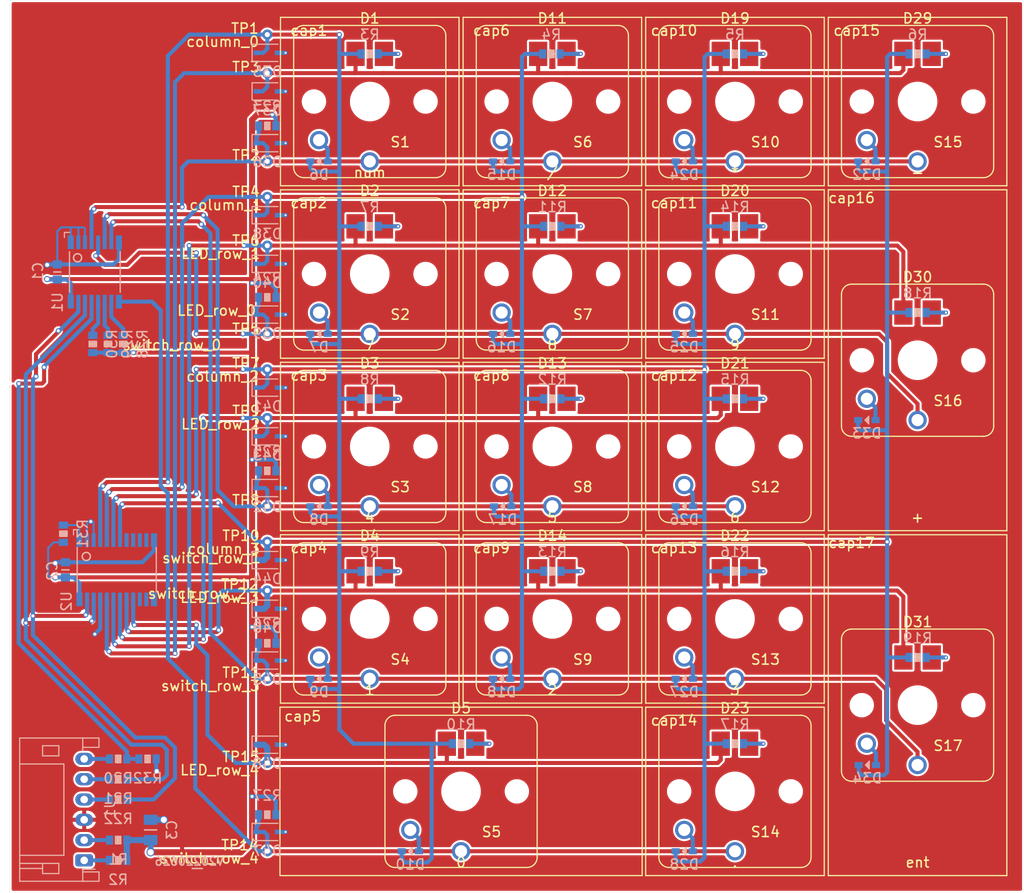
<source format=kicad_pcb>
(kicad_pcb (version 20211014) (generator pcbnew)
  (layers (0 "F.Cu" signal) (31 "B.Cu" signal) (34 "B.Paste" user) (35 "F.Paste" user) (36 "B.SilkS" user "B.Silkscreen") (37 "F.SilkS" user "F.Silkscreen") (38 "B.Mask" user) (39 "F.Mask" user) (44 "Edge.Cuts" user))
  (net 0 "")
  (net 1 "/column_0")
  (net 2 "/LED_row_0")
  (net 3 "/LED_row_1")
  (net 4 "/LED_row_2")
  (net 5 "/LED_row_3")
  (net 6 "/LED_row_4")
  (net 7 "Net-(D6-Pad2)")
  (net 8 "Net-(D7-Pad2)")
  (net 9 "Net-(D8-Pad2)")
  (net 10 "Net-(D9-Pad2)")
  (net 11 "Net-(D10-Pad2)")
  (net 12 "/column_1")
  (net 13 "Net-(D15-Pad2)")
  (net 14 "Net-(D16-Pad2)")
  (net 15 "Net-(D17-Pad2)")
  (net 16 "Net-(D18-Pad2)")
  (net 17 "/column_2")
  (net 18 "Net-(D24-Pad2)")
  (net 19 "Net-(D25-Pad2)")
  (net 20 "Net-(D26-Pad2)")
  (net 21 "Net-(D27-Pad2)")
  (net 22 "Net-(D28-Pad2)")
  (net 23 "/column_3")
  (net 24 "Net-(D32-Pad2)")
  (net 25 "Net-(D33-Pad2)")
  (net 26 "Net-(D34-Pad2)")
  (net 27 "/switch_row_0")
  (net 28 "/switch_row_1")
  (net 29 "/switch_row_2")
  (net 30 "/switch_row_3")
  (net 31 "/switch_row_4")
  (net 32 "Net-(J1-Pad1)")
  (net 33 "Net-(J1-Pad2)")
  (net 34 "VSS")
  (net 35 "Net-(J1-Pad4)")
  (net 36 "Net-(J1-Pad5)")
  (net 37 "Net-(J1-Pad6)")
  (net 38 "VDD")
  (net 39 "Net-(D1-Pad1)")
  (net 40 "Net-(D11-Pad1)")
  (net 41 "Net-(D19-Pad1)")
  (net 42 "Net-(D29-Pad1)")
  (net 43 "Net-(D2-Pad1)")
  (net 44 "Net-(D3-Pad1)")
  (net 45 "Net-(D4-Pad1)")
  (net 46 "Net-(D5-Pad1)")
  (net 47 "Net-(D12-Pad1)")
  (net 48 "Net-(D13-Pad1)")
  (net 49 "Net-(D14-Pad1)")
  (net 50 "Net-(D20-Pad1)")
  (net 51 "Net-(D21-Pad1)")
  (net 52 "Net-(D22-Pad1)")
  (net 53 "Net-(D23-Pad1)")
  (net 54 "Net-(D30-Pad1)")
  (net 55 "Net-(D31-Pad1)")
  (net 56 "/!INT")
  (net 57 "/SCL")
  (net 58 "/SDA")
  (net 59 "/switch_row_5")
  (net 60 "/switch_row_6")
  (net 61 "/switch_row_7")
  (net 62 "Net-(R31-Pad2)")
  (footprint "SquantorSwitches:KAILH_choc_keycap_1" (layer "F.Cu") (at 206 148)
    (fp_text reference "cap14")
    (fp_text value ".")
  )
  (footprint "SquantorDiodes:LED_1208_0603" (layer "F.Cu") (at 206 126.3 180)
    (fp_text reference "D22")
    (fp_text value "3")
  )
  (footprint "SquantorTestPoints:TestPoint_hole_H05R10" (layer "F.Cu") (at 159.9 77.2)
    (fp_text reference "TP3")
    (fp_text value "LED_row_0")
  )
  (footprint "SquantorSwitches:KAILH_choc_LED" (layer "F.Cu") (at 224 105.5 180)
    (fp_text reference "S16")
    (fp_text value "+")
  )
  (footprint "SquantorTestPoints:TestPoint_hole_H05R10" (layer "F.Cu") (at 159.9 153.9)
    (fp_text reference "TP14")
    (fp_text value "switch_row_4")
  )
  (footprint "SquantorSwitches:KAILH_choc_LED" (layer "F.Cu") (at 206 131 180)
    (fp_text reference "S13")
    (fp_text value "3")
  )
  (footprint "SquantorDiodes:LED_1208_0603" (layer "F.Cu") (at 188 75.3 180)
    (fp_text reference "D11")
    (fp_text value "/")
  )
  (footprint "SquantorTestPoints:TestPoint_hole_H05R10" (layer "F.Cu") (at 159.9 89.4)
    (fp_text reference "TP4")
    (fp_text value "column_1")
  )
  (footprint "SquantorSwitches:KAILH_choc_keycap_1" (layer "F.Cu") (at 206 131)
    (fp_text reference "cap13")
    (fp_text value "3")
  )
  (footprint "SquantorSwitches:KAILH_choc_LED" (layer "F.Cu") (at 188 80 180)
    (fp_text reference "S6")
    (fp_text value "/")
  )
  (footprint "SquantorTestPoints:TestPoint_hole_H05R10" (layer "F.Cu") (at 159.9 102.9)
    (fp_text reference "TP5")
    (fp_text value "switch_row_1")
  )
  (footprint "SquantorSwitches:KAILH_choc_keycap_1" (layer "F.Cu") (at 188 131)
    (fp_text reference "cap9")
    (fp_text value "2")
  )
  (footprint "SquantorDiodes:LED_1208_0603" (layer "F.Cu") (at 188 92.3 180)
    (fp_text reference "D12")
    (fp_text value "8")
  )
  (footprint "SquantorSwitches:KAILH_choc_keycap_1" (layer "F.Cu") (at 188 114)
    (fp_text reference "cap8")
    (fp_text value "5")
  )
  (footprint "SquantorDiodes:LED_1208_0603" (layer "F.Cu") (at 170 75.3 180)
    (fp_text reference "D1")
    (fp_text value "num")
  )
  (footprint "SquantorTestPoints:TestPoint_hole_H05R10" (layer "F.Cu") (at 159.9 119.9)
    (fp_text reference "TP8")
    (fp_text value "switch_row_2")
  )
  (footprint "SquantorDiodes:LED_1208_0603" (layer "F.Cu") (at 224 75.3 180)
    (fp_text reference "D29")
    (fp_text value "-")
  )
  (footprint "SquantorDiodes:LED_1208_0603" (layer "F.Cu") (at 206 92.3 180)
    (fp_text reference "D20")
    (fp_text value "9")
  )
  (footprint "SquantorSwitches:KAILH_choc_keycap_1" (layer "F.Cu") (at 206 97)
    (fp_text reference "cap11")
    (fp_text value "9")
  )
  (footprint "SquantorDiodes:LED_1208_0603" (layer "F.Cu") (at 188 109.3 180)
    (fp_text reference "D13")
    (fp_text value "5")
  )
  (footprint "SquantorTestPoints:TestPoint_hole_H05R10" (layer "F.Cu") (at 159.9 123.4)
    (fp_text reference "TP10")
    (fp_text value "column_3")
  )
  (footprint "SquantorSwitches:KAILH_choc_LED" (layer "F.Cu") (at 179 148 180)
    (fp_text reference "S5")
    (fp_text value "0")
  )
  (footprint "SquantorSwitches:KAILH_choc_LED" (layer "F.Cu") (at 170 97 180)
    (fp_text reference "S2")
    (fp_text value "7")
  )
  (footprint "SquantorDiodes:LED_1208_0603" (layer "F.Cu") (at 170 126.3 180)
    (fp_text reference "D4")
    (fp_text value "1")
  )
  (footprint "SquantorSwitches:KAILH_choc_LED" (layer "F.Cu") (at 224 80 180)
    (fp_text reference "S15")
    (fp_text value "-")
  )
  (footprint "SquantorSwitches:KAILH_choc_keycap_1" (layer "F.Cu") (at 206 114)
    (fp_text reference "cap12")
    (fp_text value "6")
  )
  (footprint "SquantorDiodes:LED_1208_0603" (layer "F.Cu") (at 188 126.3 180)
    (fp_text reference "D14")
    (fp_text value "2")
  )
  (footprint "SquantorDiodes:LED_1208_0603" (layer "F.Cu") (at 224 100.8 180)
    (fp_text reference "D30")
    (fp_text value "+")
  )
  (footprint "SquantorSwitches:KAILH_choc_keycap_1" (layer "F.Cu") (at 224 80)
    (fp_text reference "cap15")
    (fp_text value "-")
  )
  (footprint "SquantorSwitches:KAILH_choc_keycap_2_vertical" (layer "F.Cu") (at 224 139.5)
    (fp_text reference "cap17")
    (fp_text value "ent")
  )
  (footprint "SquantorSwitches:KAILH_choc_LED" (layer "F.Cu") (at 170 114 180)
    (fp_text reference "S3")
    (fp_text value "4")
  )
  (footprint "SquantorDiodes:LED_1208_0603" (layer "F.Cu") (at 179 143.3 180)
    (fp_text reference "D5")
    (fp_text value "0")
  )
  (footprint "SquantorSwitches:KAILH_choc_LED" (layer "F.Cu") (at 206 80 180)
    (fp_text reference "S10")
    (fp_text value "*")
  )
  (footprint "SquantorSwitches:KAILH_choc_keycap_2_horizontal" (layer "F.Cu") (at 179 148)
    (fp_text reference "cap5")
    (fp_text value "0")
  )
  (footprint "SquantorSwitches:KAILH_choc_LED" (layer "F.Cu") (at 170 131 180)
    (fp_text reference "S4")
    (fp_text value "1")
  )
  (footprint "SquantorSwitches:KAILH_choc_LED" (layer "F.Cu") (at 188 97 180)
    (fp_text reference "S7")
    (fp_text value "8")
  )
  (footprint "SquantorTestPoints:TestPoint_hole_H05R10" (layer "F.Cu") (at 159.9 73.4)
    (fp_text reference "TP1")
    (fp_text value "column_0")
  )
  (footprint "SquantorSwitches:KAILH_choc_keycap_2_vertical" (layer "F.Cu") (at 224 105.5)
    (fp_text reference "cap16")
    (fp_text value "+")
  )
  (footprint "SquantorSwitches:KAILH_choc_LED" (layer "F.Cu") (at 206 114 180)
    (fp_text reference "S12")
    (fp_text value "6")
  )
  (footprint "SquantorSwitches:KAILH_choc_keycap_1" (layer "F.Cu") (at 170 131)
    (fp_text reference "cap4")
    (fp_text value "1")
  )
  (footprint "SquantorDiodes:LED_1208_0603" (layer "F.Cu") (at 206 109.3 180)
    (fp_text reference "D21")
    (fp_text value "6")
  )
  (footprint "SquantorSwitches:KAILH_choc_keycap_1" (layer "F.Cu") (at 170 97)
    (fp_text reference "cap2")
    (fp_text value "7")
  )
  (footprint "SquantorSwitches:KAILH_choc_keycap_1" (layer "F.Cu") (at 170 80)
    (fp_text reference "cap1")
    (fp_text value "num")
  )
  (footprint "SquantorSwitches:KAILH_choc_keycap_1" (layer "F.Cu") (at 188 80)
    (fp_text reference "cap6")
    (fp_text value "/")
  )
  (footprint "SquantorSwitches:KAILH_choc_LED" (layer "F.Cu") (at 206 97 180)
    (fp_text reference "S11")
    (fp_text value "9")
  )
  (footprint "SquantorTestPoints:TestPoint_hole_H05R10" (layer "F.Cu") (at 159.9 106.4)
    (fp_text reference "TP7")
    (fp_text value "column_2")
  )
  (footprint "SquantorDiodes:LED_1208_0603" (layer "F.Cu") (at 206 75.3 180)
    (fp_text reference "D19")
    (fp_text value "*")
  )
  (footprint "SquantorSwitches:KAILH_choc_LED" (layer "F.Cu") (at 224 139.5 180)
    (fp_text reference "S17")
    (fp_text value "ent")
  )
  (footprint "SquantorDiodes:LED_1208_0603" (layer "F.Cu") (at 206 143.3 180)
    (fp_text reference "D23")
    (fp_text value ".")
  )
  (footprint "SquantorDiodes:LED_1208_0603" (layer "F.Cu") (at 224 134.8 180)
    (fp_text reference "D31")
    (fp_text value "ent")
  )
  (footprint "SquantorTestPoints:TestPoint_hole_H05R10" (layer "F.Cu") (at 159.9 136.9)
    (fp_text reference "TP11")
    (fp_text value "switch_row_3")
  )
  (footprint "SquantorSwitches:KAILH_choc_keycap_1" (layer "F.Cu") (at 206 80)
    (fp_text reference "cap10")
    (fp_text value "*")
  )
  (footprint "SquantorSwitches:KAILH_choc_LED" (layer "F.Cu") (at 188 131 180)
    (fp_text reference "S9")
    (fp_text value "2")
  )
  (footprint "SquantorDiodes:LED_1208_0603" (layer "F.Cu") (at 170 92.3 180)
    (fp_text reference "D2")
    (fp_text value "7")
  )
  (footprint "SquantorSwitches:KAILH_choc_LED" (layer "F.Cu") (at 206 148 180)
    (fp_text reference "S14")
    (fp_text value ".")
  )
  (footprint "SquantorTestPoints:TestPoint_hole_H05R10" (layer "F.Cu") (at 159.9 85.9)
    (fp_text reference "TP2")
    (fp_text value "switch_row_0")
  )
  (footprint "SquantorSwitches:KAILH_choc_keycap_1" (layer "F.Cu") (at 188 97)
    (fp_text reference "cap7")
    (fp_text value "8")
  )
  (footprint "SquantorTestPoints:TestPoint_hole_H05R10" (layer "F.Cu") (at 159.9 128.2)
    (fp_text reference "TP12")
    (fp_text value "LED_row_3")
  )
  (footprint "SquantorTestPoints:TestPoint_hole_H05R10" (layer "F.Cu") (at 159.9 94.2)
    (fp_text reference "TP6")
    (fp_text value "LED_row_1")
  )
  (footprint "SquantorSwitches:KAILH_choc_LED" (layer "F.Cu") (at 170 80 180)
    (fp_text reference "S1")
    (fp_text value "num")
  )
  (footprint "SquantorDiodes:LED_1208_0603" (layer "F.Cu") (at 170 109.3 180)
    (fp_text reference "D3")
    (fp_text value "4")
  )
  (footprint "SquantorTestPoints:TestPoint_hole_H05R10" (layer "F.Cu") (at 159.9 111.2)
    (fp_text reference "TP9")
    (fp_text value "LED_row_2")
  )
  (footprint "SquantorSwitches:KAILH_choc_keycap_1" (layer "F.Cu") (at 170 114)
    (fp_text reference "cap3")
    (fp_text value "4")
  )
  (footprint "SquantorSwitches:KAILH_choc_LED" (layer "F.Cu") (at 188 114 180)
    (fp_text reference "S8")
    (fp_text value "5")
  )
  (footprint "SquantorTestPoints:TestPoint_hole_H05R10" (layer "F.Cu") (at 159.9 145.2)
    (fp_text reference "TP15")
    (fp_text value "LED_row_4")
  )
  (footprint "SquantorRcl:C_0603" (layer "B.Cu") (at 140 126.165 -90)
    (fp_text reference "C2")
    (fp_text value "1u")
  )
  (footprint "SquantorRcl:C_0805" (layer "B.Cu") (at 148.4 151.8 90)
    (fp_text reference "C3")
    (fp_text value "10u")
  )
  (footprint "SquantorDiodes:SOD-523_hand" (layer "B.Cu") (at 165 119.9)
    (fp_text reference "D8")
    (fp_text value "D")
  )
  (footprint "SquantorDiodes:SOD-523_hand" (layer "B.Cu") (at 219 85.9)
    (fp_text reference "D32")
    (fp_text value "D")
  )
  (footprint "SquantorDiodes:SOD-523_hand" (layer "B.Cu") (at 165 136.9)
    (fp_text reference "D9")
    (fp_text value "D")
  )
  (footprint "SquantorRcl:R_0603_hand" (layer "B.Cu") (at 170 126.3 180)
    (fp_text reference "R9")
    (fp_text value "470")
  )
  (footprint "SquantorRcl:R_0603_hand" (layer "B.Cu") (at 188 92.3 180)
    (fp_text reference "R11")
    (fp_text value "470")
  )
  (footprint "SquantorRcl:R_0603_hand" (layer "B.Cu") (at 145.2 144.8)
    (fp_text reference "R20")
    (fp_text value "100")
  )
  (footprint "SquantorDiodes:SOD-523_hand" (layer "B.Cu") (at 201 102.9)
    (fp_text reference "D25")
    (fp_text value "D")
  )
  (footprint "SquantorRcl:R_0603_hand" (layer "B.Cu") (at 145.7 103.9 90)
    (fp_text reference "R28")
    (fp_text value "4.7K")
  )
  (footprint "SquantorDiodes:SOD-523_hand" (layer "B.Cu") (at 201 119.9)
    (fp_text reference "D26")
    (fp_text value "D")
  )
  (footprint "SquantorRcl:R_0603_hand" (layer "B.Cu") (at 159.9 150.3 180)
    (fp_text reference "R27")
    (fp_text value "4.7K")
  )
  (footprint "SquantorRcl:R_0603_hand" (layer "B.Cu") (at 170 92.3 180)
    (fp_text reference "R7")
    (fp_text value "470")
  )
  (footprint "SquantorRcl:R_0603_hand" (layer "B.Cu") (at 206 126.3 180)
    (fp_text reference "R16")
    (fp_text value "470")
  )
  (footprint "Diode_SMD:D_SOD-323" (layer "B.Cu") (at 159.9 79)
    (fp_text reference "D37")
    (fp_text value "SD05")
  )
  (footprint "SquantorRcl:R_0603_hand" (layer "B.Cu") (at 188 109.3 180)
    (fp_text reference "R12")
    (fp_text value "470")
  )
  (footprint "Diode_SMD:D_SOD-323" (layer "B.Cu") (at 159.9 130)
    (fp_text reference "D46")
    (fp_text value "SD05")
  )
  (footprint "SquantorIC:SOT355-1-NXP" (layer "B.Cu") (at 145.1 126.2 -90)
    (fp_text reference "U2")
    (fp_text value "PCA9535")
  )
  (footprint "SquantorDiodes:SOD-523_hand" (layer "B.Cu") (at 201 153.9)
    (fp_text reference "D28")
    (fp_text value "D")
  )
  (footprint "SquantorDiodes:SOD-523_hand" (layer "B.Cu") (at 165 85.9)
    (fp_text reference "D6")
    (fp_text value "D")
  )
  (footprint "Diode_SMD:D_SOD-323" (layer "B.Cu") (at 159.9 91.2)
    (fp_text reference "D38")
    (fp_text value "SD05")
  )
  (footprint "SquantorRcl:R_0603_hand" (layer "B.Cu") (at 179 143.3 180)
    (fp_text reference "R10")
    (fp_text value "470")
  )
  (footprint "SquantorDiodes:SOD-523_hand" (layer "B.Cu") (at 219 111.4)
    (fp_text reference "D33")
    (fp_text value "D")
  )
  (footprint "SquantorRcl:R_0603_hand" (layer "B.Cu") (at 206 143.3 180)
    (fp_text reference "R17")
    (fp_text value "470")
  )
  (footprint "SquantorLabels:Label_Generic" (layer "B.Cu") (at 153 155 180)
    (fp_text reference "N1" hide)
    (fp_text value "V20220626")
  )
  (footprint "SquantorIC:SOT403-1-NXP" (layer "B.Cu") (at 142.9 96.8 -90)
    (fp_text reference "U1")
    (fp_text value "PCA9554")
  )
  (footprint "SquantorRcl:R_0603_hand" (layer "B.Cu") (at 224 134.8 180)
    (fp_text reference "R19")
    (fp_text value "470")
  )
  (footprint "Diode_SMD:D_SOD-323" (layer "B.Cu") (at 159.9 152)
    (fp_text reference "D47")
    (fp_text value "SD05")
  )
  (footprint "Diode_SMD:D_SOD-323" (layer "B.Cu") (at 159.9 84.1)
    (fp_text reference "D36")
    (fp_text value "SD05")
  )
  (footprint "Diode_SMD:D_SOD-323" (layer "B.Cu") (at 159.9 143.4)
    (fp_text reference "D48")
    (fp_text value "SD05")
  )
  (footprint "SquantorRcl:R_0603_hand" (layer "B.Cu") (at 188 126.3 180)
    (fp_text reference "R13")
    (fp_text value "470")
  )
  (footprint "SquantorRcl:R_0603_hand" (layer "B.Cu") (at 224 75.3 180)
    (fp_text reference "R6")
    (fp_text value "470")
  )
  (footprint "Diode_SMD:D_SOD-323" (layer "B.Cu") (at 159.9 113)
    (fp_text reference "D43")
    (fp_text value "SD05")
  )
  (footprint "Diode_SMD:D_SOD-323" (layer "B.Cu") (at 159.9 108.2)
    (fp_text reference "D41")
    (fp_text value "SD05")
  )
  (footprint "Connector_JST:JST_PH_S6B-PH-K_1x06_P2.00mm_Horizontal" (layer "B.Cu") (at 141.85 154.8 90)
    (fp_text reference "J1")
    (fp_text value "Conn_01x06")
  )
  (footprint "SquantorRcl:R_0603_hand" (layer "B.Cu") (at 145.2 146.8)
    (fp_text reference "R21")
    (fp_text value "100")
  )
  (footprint "SquantorRcl:R_0603_hand" (layer "B.Cu") (at 144.2 103.9 90)
    (fp_text reference "R29")
    (fp_text value "4.7K")
  )
  (footprint "SquantorDiodes:SOD-523_hand" (layer "B.Cu") (at 183 85.9)
    (fp_text reference "D15")
    (fp_text value "D")
  )
  (footprint "SquantorDiodes:SOD-523_hand" (layer "B.Cu") (at 219.05 145.4)
    (fp_text reference "D34")
    (fp_text value "D")
  )
  (footprint "SquantorRcl:C_0603" (layer "B.Cu") (at 139.2 96.8 -90)
    (fp_text reference "C1")
    (fp_text value "1u")
  )
  (footprint "SquantorRcl:R_0603_hand" (layer "B.Cu") (at 142.7 103.9 90)
    (fp_text reference "R30")
    (fp_text value "4.7K")
  )
  (footprint "Diode_SMD:D_SOD-323" (layer "B.Cu") (at 159.9 96)
    (fp_text reference "D40")
    (fp_text value "SD05")
  )
  (footprint "Diode_SMD:D_SOD-323" (layer "B.Cu") (at 159.9 101)
    (fp_text reference "D39")
    (fp_text value "SD05")
  )
  (footprint "SquantorRcl:R_0603_hand" (layer "B.Cu") (at 224 100.8 180)
    (fp_text reference "R18")
    (fp_text value "470")
  )
  (footprint "SquantorRcl:R_0603_hand" (layer "B.Cu") (at 206 109.3 180)
    (fp_text reference "R15")
    (fp_text value "470")
  )
  (footprint "SquantorRcl:R_0603_hand" (layer "B.Cu") (at 145.2 152.8)
    (fp_text reference "R1")
    (fp_text value "0")
  )
  (footprint "SquantorDiodes:SOD-523_hand" (layer "B.Cu") (at 174 153.9)
    (fp_text reference "D10")
    (fp_text value "D")
  )
  (footprint "SquantorRcl:R_0603_hand" (layer "B.Cu") (at 206 92.3 180)
    (fp_text reference "R14")
    (fp_text value "470")
  )
  (footprint "SquantorRcl:R_0603_hand" (layer "B.Cu") (at 187.9 75.3 180)
    (fp_text reference "R4")
    (fp_text value "470")
  )
  (footprint "Diode_SMD:D_SOD-323" (layer "B.Cu") (at 159.9 125.2)
    (fp_text reference "D44")
    (fp_text value "SD05")
  )
  (footprint "SquantorRcl:R_0603_hand" (layer "B.Cu") (at 170 109.3 180)
    (fp_text reference "R8")
    (fp_text value "470")
  )
  (footprint "SquantorRcl:R_0603_hand" (layer "B.Cu") (at 145.2 148.8)
    (fp_text reference "R22")
    (fp_text value "100")
  )
  (footprint "SquantorRcl:R_0603_hand" (layer "B.Cu") (at 159.9 133.4 180)
    (fp_text reference "R26")
    (fp_text value "4.7K")
  )
  (footprint "Diode_SMD:D_SOD-323" (layer "B.Cu") (at 159.9 118.1)
    (fp_text reference "D42")
    (fp_text value "SD05")
  )
  (footprint "SquantorDiodes:SOD-523_hand" (layer "B.Cu") (at 183 136.9)
    (fp_text reference "D18")
    (fp_text value "D")
  )
  (footprint "SquantorDiodes:SOD-523_hand" (layer "B.Cu") (at 201 136.9)
    (fp_text reference "D27")
    (fp_text value "D")
  )
  (footprint "SquantorRcl:R_0603_hand" (layer "B.Cu") (at 148.1 144.8)
    (fp_text reference "R32")
    (fp_text value "4.7K")
  )
  (footprint "SquantorDiodes:SOD-523_hand" (layer "B.Cu") (at 183 102.9)
    (fp_text reference "D16")
    (fp_text value "D")
  )
  (footprint "SquantorRcl:R_0603_hand" (layer "B.Cu") (at 159.9 99.3 180)
    (fp_text reference "R24")
    (fp_text value "4.7K")
  )
  (footprint "SquantorDiodes:SOD-523_hand" (layer "B.Cu") (at 183.1 119.9)
    (fp_text reference "D17")
    (fp_text value "D")
  )
  (footprint "Diode_SMD:D_SOD-323" (layer "B.Cu") (at 159.9 135.1)
    (fp_text reference "D45")
    (fp_text value "SD05")
  )
  (footprint "SquantorRcl:R_0603_hand" (layer "B.Cu") (at 170 75.3 180)
    (fp_text reference "R3")
    (fp_text value "470")
  )
  (footprint "Diode_SMD:D_SOD-323" (layer "B.Cu") (at 159.9 75.2)
    (fp_text reference "D35")
    (fp_text value "SD05")
  )
  (footprint "SquantorRcl:R_0603_hand" (layer "B.Cu") (at 139.8 122.6 90)
    (fp_text reference "R31")
    (fp_text value "4.7K")
  )
  (footprint "SquantorDiodes:SOD-523_hand" (layer "B.Cu") (at 165 102.9)
    (fp_text reference "D7")
    (fp_text value "D")
  )
  (footprint "SquantorRcl:R_0603_hand" (layer "B.Cu") (at 145.2 154.8)
    (fp_text reference "R2")
    (fp_text value "0")
  )
  (footprint "SquantorDiodes:SOD-523_hand" (layer "B.Cu") (at 201 85.9)
    (fp_text reference "D24")
    (fp_text value "D")
  )
  (footprint "SquantorRcl:R_0603_hand" (layer "B.Cu") (at 159.9 82.4 180)
    (fp_text reference "R23")
    (fp_text value "4.7K")
  )
  (footprint "SquantorRcl:R_0603_hand" (layer "B.Cu") (at 159.9 116.4 180)
    (fp_text reference "R25")
    (fp_text value "4.7K")
  )
  (footprint "SquantorRcl:R_0603_hand" (layer "B.Cu") (at 206 75.3 180)
    (fp_text reference "R5")
    (fp_text value "470")
  )
  (gr_line (start 234.5 70) (end 234.5 158) (layer "Edge.Cuts") (width 0.02))
  (gr_line (start 134.5 70) (end 234.5 70) (layer "Edge.Cuts") (width 0.02))
  (gr_line (start 234.5 158) (end 134.5 158) (layer "Edge.Cuts") (width 0.02))
  (gr_line (start 134.5 158) (end 134.5 70) (layer "Edge.Cuts") (width 0.02))
  (segment (start 167 73.4) (end 159.9 73.4) (width 0.4) (layer "F.Cu") (net 1))
  (segment (start 143.7 117.9) (end 144.1 117.5) (width 0.4) (layer "F.Cu") (net 1))
  (segment (start 144.1 117.5) (end 150.1 117.5) (width 0.4) (layer "F.Cu") (net 1))
  (via (at 167 73.4) (size 0.5) (drill 0.3) (layers "F.Cu" "B.Cu") (net 1))
  (via (at 143.7 117.9) (size 0.5) (drill 0.3) (layers "F.Cu" "B.Cu") (net 1))
  (via (at 150.1 117.5) (size 0.5) (drill 0.3) (layers "F.Cu" "B.Cu") (net 1))
  (segment (start 167 92.3) (end 169.15 92.3) (width 0.4) (layer "B.Cu") (net 1))
  (segment (start 159.9 73.4) (end 152.2 73.4) (width 0.4) (layer "B.Cu") (net 1))
  (segment (start 164.5 86.9) (end 167 86.9) (width 0.4) (layer "B.Cu") (net 1))
  (segment (start 164.15 102.9) (end 164.15 103.55) (width 0.4) (layer "B.Cu") (net 1))
  (segment (start 164.15 136.9) (end 164.15 137.65) (width 0.4) (layer "B.Cu") (net 1))
  (segment (start 164.4 137.9) (end 167 137.9) (width 0.4) (layer "B.Cu") (net 1))
  (segment (start 168.4 143.3) (end 176.1 143.3) (width 0.4) (layer "B.Cu") (net 1))
  (segment (start 167 141.9) (end 168.4 143.3) (width 0.4) (layer "B.Cu") (net 1))
  (segment (start 152.2 73.4) (end 150.1 75.5) (width 0.4) (layer "B.Cu") (net 1))
  (segment (start 167 109.3) (end 169.15 109.3) (width 0.4) (layer "B.Cu") (net 1))
  (segment (start 167 137.9) (end 167 141.9) (width 0.4) (layer "B.Cu") (net 1))
  (segment (start 164.15 85.9) (end 164.15 86.55) (width 0.4) (layer "B.Cu") (net 1))
  (segment (start 159.9 73.4) (end 159.9 74.8) (width 0.4) (layer "B.Cu") (net 1))
  (segment (start 173.15 154.65) (end 173.15 153.9) (width 0.4) (layer "B.Cu") (net 1))
  (segment (start 164.5 120.9) (end 166.9 120.9) (width 0.4) (layer "B.Cu") (net 1))
  (segment (start 164.15 137.65) (end 164.4 137.9) (width 0.4) (layer "B.Cu") (net 1))
  (segment (start 164.15 120.55) (end 164.5 120.9) (width 0.4) (layer "B.Cu") (net 1))
  (segment (start 175.7 155) (end 173.5 155) (width 0.4) (layer "B.Cu") (net 1))
  (segment (start 176.1 154.6) (end 175.7 155) (width 0.4) (layer "B.Cu") (net 1))
  (segment (start 167 103.9) (end 167 109.3) (width 0.4) (layer "B.Cu") (net 1))
  (segment (start 167 86.9) (end 167 92.3) (width 0.4) (layer "B.Cu") (net 1))
  (segment (start 143.7 117.9) (end 143.432828 118.167172) (width 0.4) (layer "B.Cu") (net 1))
  (segment (start 164.15 103.55) (end 164.5 103.9) (width 0.4) (layer "B.Cu") (net 1))
  (segment (start 159.5 75.2) (end 158.85 75.2) (width 0.4) (layer "B.Cu") (net 1))
  (segment (start 169.15 75.3) (end 167.1 75.3) (width 0.4) (layer "B.Cu") (net 1))
  (segment (start 167 109.3) (end 167 121) (width 0.4) (layer "B.Cu") (net 1))
  (segment (start 167 75.2) (end 167 86.9) (width 0.4) (layer "B.Cu") (net 1))
  (segment (start 176.1 143.3) (end 178.15 143.3) (width 0.4) (layer "B.Cu") (net 1))
  (segment (start 167 92.3) (end 167 103.9) (width 0.4) (layer "B.Cu") (net 1))
  (segment (start 143.432828 118.167172) (end 143.432828 123.226025) (width 0.4) (layer "B.Cu") (net 1))
  (segment (start 176.1 143.3) (end 176.1 154.6) (width 0.4) (layer "B.Cu") (net 1))
  (segment (start 164.5 103.9) (end 167 103.9) (width 0.4) (layer "B.Cu") (net 1))
  (segment (start 167.1 75.3) (end 167 75.2) (width 0.4) (layer "B.Cu") (net 1))
  (segment (start 164.15 86.55) (end 164.5 86.9) (width 0.4) (layer "B.Cu") (net 1))
  (segment (start 167 126.3) (end 169.15 126.3) (width 0.4) (layer "B.Cu") (net 1))
  (segment (start 159.9 74.8) (end 159.5 75.2) (width 0.4) (layer "B.Cu") (net 1))
  (segment (start 167 121) (end 167 126.3) (width 0.4) (layer "B.Cu") (net 1))
  (segment (start 167 73.4) (end 167 75.2) (width 0.4) (layer "B.Cu") (net 1))
  (segment (start 166.9 120.9) (end 167 121) (width 0.4) (layer "B.Cu") (net 1))
  (segment (start 167 126.3) (end 167 137.9) (width 0.4) (layer "B.Cu") (net 1))
  (segment (start 164.15 119.9) (end 164.15 120.55) (width 0.4) (layer "B.Cu") (net 1))
  (segment (start 173.5 155) (end 173.15 154.65) (width 0.4) (layer "B.Cu") (net 1))
  (segment (start 150.1 75.5) (end 150.1 117.5) (width 0.4) (layer "B.Cu") (net 1))
  (segment (start 159.9 77.2) (end 168.5 77.2) (width 0.4) (layer "F.Cu") (net 2))
  (segment (start 168.5 77.2) (end 171.3 77.2) (width 0.4) (layer "F.Cu") (net 2))
  (segment (start 144.5 134.4) (end 150.8 134.4) (width 0.4) (layer "F.Cu") (net 2))
  (segment (start 168.6 77.1) (end 168.5 77.2) (width 0.4) (layer "F.Cu") (net 2))
  (segment (start 222.3 77.2) (end 222.6 76.9) (width 0.4) (layer "F.Cu") (net 2))
  (segment (start 186.6 77.2) (end 189.4 77.2) (width 0.4) (layer "F.Cu") (net 2))
  (segment (start 186.6 75.3) (end 186.6 77.2) (width 0.4) (layer "F.Cu") (net 2))
  (segment (start 171.3 77.2) (end 186.6 77.2) (width 0.4) (layer "F.Cu") (net 2))
  (segment (start 222.6 76.9) (end 222.6 75.3) (width 0.4) (layer "F.Cu") (net 2))
  (segment (start 189.4 77.2) (end 204.6 77.2) (width 0.4) (layer "F.Cu") (net 2))
  (segment (start 204.6 75.3) (end 204.6 77.2) (width 0.4) (layer "F.Cu") (net 2))
  (segment (start 144.3 134.2) (end 144.5 134.4) (width 0.4) (layer "F.Cu") (net 2))
  (segment (start 204.6 77.2) (end 222.3 77.2) (width 0.4) (layer "F.Cu") (net 2))
  (segment (start 168.6 75.3) (end 168.6 77.1) (width 0.4) (layer "F.Cu") (net 2))
  (via (at 150.8 134.4) (size 0.5) (drill 0.3) (layers "F.Cu" "B.Cu") (net 2))
  (via (at 144.3 134.2) (size 0.5) (drill 0.3) (layers "F.Cu" "B.Cu") (net 2))
  (segment (start 159.45 79) (end 158.85 79) (width 0.4) (layer "B.Cu") (net 2))
  (segment (start 150.8 79) (end 150.8 134.4) (width 0.4) (layer "B.Cu") (net 2))
  (segment (start 159.9 78.55) (end 159.45 79) (width 0.4) (layer "B.Cu") (net 2))
  (segment (start 144.082828 133.982828) (end 144.082828 129.076025) (width 0.4) (layer "B.Cu") (net 2))
  (segment (start 150.8 78.1) (end 150.8 79) (width 0.4) (layer "B.Cu") (net 2))
  (segment (start 151 77.9) (end 150.8 78.1) (width 0.4) (layer "B.Cu") (net 2))
  (segment (start 159.9 77.2) (end 159.9 78.55) (width 0.4) (layer "B.Cu") (net 2))
  (segment (start 151.7 77.2) (end 151 77.9) (width 0.4) (layer "B.Cu") (net 2))
  (segment (start 159.9 77.2) (end 151.7 77.2) (width 0.4) (layer "B.Cu") (net 2))
  (segment (start 144.3 134.2) (end 144.082828 133.982828) (width 0.4) (layer "B.Cu") (net 2))
  (segment (start 222.6 94.8) (end 222.6 100.8) (width 0.4) (layer "F.Cu") (net 3))
  (segment (start 186.6 94.2) (end 189.5 94.2) (width 0.4) (layer "F.Cu") (net 3))
  (segment (start 145.1 133.7) (end 152.2 133.7) (width 0.4) (layer "F.Cu") (net 3))
  (segment (start 144.9 133.5) (end 145.1 133.7) (width 0.4) (layer "F.Cu") (net 3))
  (segment (start 159.9 94.2) (end 168.5 94.2) (width 0.4) (layer "F.Cu") (net 3))
  (segment (start 204.6 92.3) (end 204.6 94.1) (width 0.4) (layer "F.Cu") (net 3))
  (segment (start 171.5 94.2) (end 186.6 94.2) (width 0.4) (layer "F.Cu") (net 3))
  (segment (start 168.6 94.1) (end 168.5 94.2) (width 0.4) (layer "F.Cu") (net 3))
  (segment (start 222 94.2) (end 222.6 94.8) (width 0.4) (layer "F.Cu") (net 3))
  (segment (start 189.5 94.2) (end 204.5 94.2) (width 0.4) (layer "F.Cu") (net 3))
  (segment (start 204.6 94.1) (end 204.5 94.2) (width 0.4) (layer "F.Cu") (net 3))
  (segment (start 204.5 94.2) (end 222 94.2) (width 0.4) (layer "F.Cu") (net 3))
  (segment (start 157.6 94.2) (end 152.2 94.2) (width 0.4) (layer "F.Cu") (net 3))
  (segment (start 186.6 92.3) (end 186.6 94.2) (width 0.4) (layer "F.Cu") (net 3))
  (segment (start 168.6 92.3) (end 168.6 94.1) (width 0.4) (layer "F.Cu") (net 3))
  (segment (start 168.5 94.2) (end 171.5 94.2) (width 0.4) (layer "F.Cu") (net 3))
  (via (at 152.2 133.7) (size 0.5) (drill 0.3) (layers "F.Cu" "B.Cu") (net 3))
  (via (at 157.6 94.2) (size 0.5) (drill 0.3) (layers "F.Cu" "B.Cu") (net 3))
  (via (at 144.9 133.5) (size 0.5) (drill 0.3) (layers "F.Cu" "B.Cu") (net 3))
  (via (at 152.2 94.2) (size 0.5) (drill 0.3) (layers "F.Cu" "B.Cu") (net 3))
  (segment (start 159.6 96) (end 159.9 95.7) (width 0.4) (layer "B.Cu") (net 3))
  (segment (start 159.9 95.7) (end 159.9 94.2) (width 0.4) (layer "B.Cu") (net 3))
  (segment (start 158.85 96) (end 159.6 96) (width 0.4) (layer "B.Cu") (net 3))
  (segment (start 152.2 94.2) (end 152.2 133.7) (width 0.4) (layer "B.Cu") (net 3))
  (segment (start 144.732828 133.332828) (end 144.732828 129.076025) (width 0.4) (layer "B.Cu") (net 3))
  (segment (start 144.9 133.5) (end 144.732828 133.332828) (width 0.4) (layer "B.Cu") (net 3))
  (segment (start 159.9 94.2) (end 157.6 94.2) (width 0.4) (layer "B.Cu") (net 3))
  (segment (start 168.7 111.2) (end 171.4 111.2) (width 0.4) (layer "F.Cu") (net 4))
  (segment (start 157.5 111.2) (end 153.6 111.2) (width 0.4) (layer "F.Cu") (net 4))
  (segment (start 168.6 111.1) (end 168.7 111.2) (width 0.4) (layer "F.Cu") (net 4))
  (segment (start 145.6 132.8) (end 145.8 133) (width 0.4) (layer "F.Cu") (net 4))
  (segment (start 186.6 109.3) (end 186.6 111.1) (width 0.4) (layer "F.Cu") (net 4))
  (segment (start 171.4 111.2) (end 186.5 111.2) (width 0.4) (layer "F.Cu") (net 4))
  (segment (start 186.5 111.2) (end 204.3 111.2) (width 0.4) (layer "F.Cu") (net 4))
  (segment (start 145.8 133) (end 153.6 133) (width 0.4) (layer "F.Cu") (net 4))
  (segment (start 204.6 110.9) (end 204.6 109.3) (width 0.4) (layer "F.Cu") (net 4))
  (segment (start 204.3 111.2) (end 204.6 110.9) (width 0.4) (layer "F.Cu") (net 4))
  (segment (start 168.6 109.3) (end 168.6 111.1) (width 0.4) (layer "F.Cu") (net 4))
  (segment (start 159.9 111.2) (end 168.7 111.2) (width 0.4) (layer "F.Cu") (net 4))
  (segment (start 186.6 111.1) (end 186.5 111.2) (width 0.4) (layer "F.Cu") (net 4))
  (via (at 153.6 133) (size 0.5) (drill 0.3) (layers "F.Cu" "B.Cu") (net 4))
  (via (at 153.6 111.2) (size 0.5) (drill 0.3) (layers "F.Cu" "B.Cu") (net 4))
  (via (at 145.6 132.8) (size 0.5) (drill 0.3) (layers "F.Cu" "B.Cu") (net 4))
  (via (at 157.5 111.2) (size 0.5) (drill 0.3) (layers "F.Cu" "B.Cu") (net 4))
  (segment (start 158.85 113) (end 159.5 113) (width 0.4) (layer "B.Cu") (net 4))
  (segment (start 145.382828 132.582828) (end 145.382828 129.076025) (width 0.4) (layer "B.Cu") (net 4))
  (segment (start 159.5 113) (end 159.9 112.6) (width 0.4) (layer "B.Cu") (net 4))
  (segment (start 153.6 111.2) (end 153.6 133) (width 0.4) (layer "B.Cu") (net 4))
  (segment (start 159.9 111.2) (end 157.5 111.2) (width 0.4) (layer "B.Cu") (net 4))
  (segment (start 159.9 112.6) (end 159.9 111.2) (width 0.4) (layer "B.Cu") (net 4))
  (segment (start 145.6 132.8) (end 145.382828 132.582828) (width 0.4) (layer "B.Cu") (net 4))
  (segment (start 204.6 126.3) (end 204.6 128.2) (width 0.4) (layer "F.Cu") (net 5))
  (segment (start 204.6 128.2) (end 222 128.2) (width 0.4) (layer "F.Cu") (net 5))
  (segment (start 186.6 126.3) (end 186.6 128.1) (width 0.4) (layer "F.Cu") (net 5))
  (segment (start 222 128.2) (end 222.6 128.8) (width 0.4) (layer "F.Cu") (net 5))
  (segment (start 146.3 132.3) (end 146.2 132.2) (width 0.4) (layer "F.Cu") (net 5))
  (segment (start 168.6 128.2) (end 171.3 128.2) (width 0.4) (layer "F.Cu") (net 5))
  (segment (start 186.6 128.1) (end 186.5 128.2) (width 0.4) (layer "F.Cu") (net 5))
  (segment (start 186.5 128.2) (end 189.4 128.2) (width 0.4) (layer "F.Cu") (net 5))
  (segment (start 222.6 128.8) (end 222.6 134.8) (width 0.4) (layer "F.Cu") (net 5))
  (segment (start 168.6 126.3) (end 168.6 128.2) (width 0.4) (layer "F.Cu") (net 5))
  (segment (start 154.9 132.3) (end 146.3 132.3) (width 0.4) (layer "F.Cu") (net 5))
  (segment (start 155.1 132.1) (end 154.9 132.3) (width 0.4) (layer "F.Cu") (net 5))
  (segment (start 159.9 128.2) (end 168.6 128.2) (width 0.4) (layer "F.Cu") (net 5))
  (segment (start 171.3 128.2) (end 186.5 128.2) (width 0.4) (layer "F.Cu") (net 5))
  (segment (start 189.4 128.2) (end 204.6 128.2) (width 0.4) (layer "F.Cu") (net 5))
  (via (at 155.1 132.1) (size 0.5) (drill 0.3) (layers "F.Cu" "B.Cu") (net 5))
  (via (at 146.2 132.2) (size 0.5) (drill 0.3) (layers "F.Cu" "B.Cu") (net 5))
  (segment (start 155.1 132.1) (end 155.1 128.6) (width 0.4) (layer "B.Cu") (net 5))
  (segment (start 146.032828 132.032828) (end 146.032828 129.076025) (width 0.4) (layer "B.Cu") (net 5))
  (segment (start 146.2 132.2) (end 146.032828 132.032828) (width 0.4) (layer "B.Cu") (net 5))
  (segment (start 155.1 128.6) (end 155.5 128.2) (width 0.4) (layer "B.Cu") (net 5))
  (segment (start 155.5 128.2) (end 159.9 128.2) (width 0.4) (layer "B.Cu") (net 5))
  (segment (start 158.85 130) (end 159.6 130) (width 0.6) (layer "B.Cu") (net 5))
  (segment (start 159.6 130) (end 159.9 129.7) (width 0.6) (layer "B.Cu") (net 5))
  (segment (start 159.9 129.7) (end 159.9 128.2) (width 0.6) (layer "B.Cu") (net 5))
  (segment (start 204.6 144.9) (end 204.6 143.3) (width 0.4) (layer "F.Cu") (net 6))
  (segment (start 152.9 131.6) (end 146.8 131.6) (width 0.4) (layer "F.Cu") (net 6))
  (segment (start 177.6 145.2) (end 204.3 145.2) (width 0.4) (layer "F.Cu") (net 6))
  (segment (start 177.6 143.3) (end 177.6 145.2) (width 0.4) (layer "F.Cu") (net 6))
  (segment (start 204.3 145.2) (end 204.6 144.9) (width 0.4) (layer "F.Cu") (net 6))
  (segment (start 159.9 145.2) (end 177.6 145.2) (width 0.4) (layer "F.Cu") (net 6))
  (via (at 146.8 131.6) (size 0.5) (drill 0.3) (layers "F.Cu" "B.Cu") (net 6))
  (via (at 152.9 131.6) (size 0.5) (drill 0.3) (layers "F.Cu" "B.Cu") (net 6))
  (segment (start 146.8 131.6) (end 146.682828 131.482828) (width 0.4) (layer "B.Cu") (net 6))
  (segment (start 158.85 143.4) (end 159.6 143.4) (width 0.6) (layer "B.Cu") (net 6))
  (segment (start 159.6 143.4) (end 159.9 143.7) (width 0.6) (layer "B.Cu") (net 6))
  (segment (start 159.9 143.7) (end 159.9 145.2) (width 0.6) (layer "B.Cu") (net 6))
  (segment (start 154 142.4) (end 156.8 145.2) (width 0.4) (layer "B.Cu") (net 6))
  (segment (start 154 134.580761) (end 154 142.4) (width 0.4) (layer "B.Cu") (net 6))
  (segment (start 152.9 131.6) (end 152.9 133.480761) (width 0.4) (layer "B.Cu") (net 6))
  (segment (start 156.8 145.2) (end 159.9 145.2) (width 0.4) (layer "B.Cu") (net 6))
  (segment (start 146.682828 131.482828) (end 146.682828 129.076025) (width 0.4) (layer "B.Cu") (net 6))
  (segment (start 152.9 133.480761) (end 154 134.580761) (width 0.4) (layer "B.Cu") (net 6))
  (segment (start 165.85 84.65) (end 165 83.8) (width 0.4) (layer "B.Cu") (net 7))
  (segment (start 165.85 85.9) (end 165.85 84.65) (width 0.4) (layer "B.Cu") (net 7))
  (segment (start 165.85 102.9) (end 165.85 101.65) (width 0.4) (layer "B.Cu") (net 8))
  (segment (start 165.85 101.65) (end 165 100.8) (width 0.4) (layer "B.Cu") (net 8))
  (segment (start 165 117.8) (end 165.85 118.65) (width 0.4) (layer "B.Cu") (net 9))
  (segment (start 165.85 118.65) (end 165.85 119.9) (width 0.4) (layer "B.Cu") (net 9))
  (segment (start 165 134.8) (end 165.85 135.65) (width 0.4) (layer "B.Cu") (net 10))
  (segment (start 165.85 135.65) (end 165.85 136.9) (width 0.4) (layer "B.Cu") (net 10))
  (segment (start 174.85 152.65) (end 174.85 153.9) (width 0.4) (layer "B.Cu") (net 11))
  (segment (start 174 151.8) (end 174.85 152.65) (width 0.4) (layer "B.Cu") (net 11))
  (segment (start 185 89.4) (end 159.9 89.4) (width 0.4) (layer "F.Cu") (net 12))
  (segment (start 151.3 118.2) (end 144.6 118.2) (width 0.4) (layer "F.Cu") (net 12))
  (segment (start 151.5 118) (end 151.3 118.2) (width 0.4) (layer "F.Cu") (net 12))
  (segment (start 144.6 118.2) (end 144.3 118.5) (width 0.4) (layer "F.Cu") (net 12))
  (via (at 151.5 118) (size 0.5) (drill 0.3) (layers "F.Cu" "B.Cu") (net 12))
  (via (at 144.3 118.5) (size 0.5) (drill 0.3) (layers "F.Cu" "B.Cu") (net 12))
  (via (at 185 89.4) (size 0.5) (drill 0.3) (layers "F.Cu" "B.Cu") (net 12))
  (segment (start 182.15 86.55) (end 182.5 86.9) (width 0.4) (layer "B.Cu") (net 12))
  (segment (start 185 137.6) (end 184.7 137.9) (width 0.4) (layer "B.Cu") (net 12))
  (segment (start 182.15 103.65) (end 182.4 103.9) (width 0.4) (layer "B.Cu") (net 12))
  (segment (start 185 92.3) (end 185 103.9) (width 0.4) (layer "B.Cu") (net 12))
  (segment (start 185 109.3) (end 185 120.9) (width 0.4) (layer "B.Cu") (net 12))
  (segment (start 182.5 120.9) (end 185 120.9) (width 0.4) (layer "B.Cu") (net 12))
  (segment (start 182.15 137.65) (end 182.15 136.9) (width 0.4) (layer "B.Cu") (net 12))
  (segment (start 185 86.9) (end 185 89.4) (width 0.4) (layer "B.Cu") (net 12))
  (segment (start 151.5 118) (end 151.5 92) (width 0.4) (layer "B.Cu") (net 12))
  (segment (start 159.9 90.9) (end 159.9 89.4) (width 0.4) (layer "B.Cu") (net 12))
  (segment (start 182.4 103.9) (end 185 103.9) (width 0.4) (layer "B.Cu") (net 12))
  (segment (start 185 75.6) (end 185 86.9) (width 0.4) (layer "B.Cu") (net 12))
  (segment (start 159.6 91.2) (end 159.9 90.9) (width 0.4) (layer "B.Cu") (net 12))
  (segment (start 185.3 75.3) (end 185 75.6) (width 0.4) (layer "B.Cu") (net 12))
  (segment (start 144.3 118.5) (end 144.082828 118.717172) (width 0.4) (layer "B.Cu") (net 12))
  (segment (start 182.15 85.9) (end 182.15 86.55) (width 0.4) (layer "B.Cu") (net 12))
  (segment (start 187.05 75.3) (end 185.3 75.3) (width 0.4) (layer "B.Cu") (net 12))
  (segment (start 154.1 89.4) (end 159.9 89.4) (width 0.4) (layer "B.Cu") (net 12))
  (segment (start 182.5 86.9) (end 185 86.9) (width 0.4) (layer "B.Cu") (net 12))
  (segment (start 158.85 91.2) (end 159.6 91.2) (width 0.4) (layer "B.Cu") (net 12))
  (segment (start 182.25 119.9) (end 182.25 120.65) (width 0.4) (layer "B.Cu") (net 12))
  (segment (start 187.15 92.3) (end 185 92.3) (width 0.4) (layer "B.Cu") (net 12))
  (segment (start 184.7 137.9) (end 182.4 137.9) (width 0.4) (layer "B.Cu") (net 12))
  (segment (start 185 126.3) (end 187.15 126.3) (width 0.4) (layer "B.Cu") (net 12))
  (segment (start 182.4 137.9) (end 182.15 137.65) (width 0.4) (layer "B.Cu") (net 12))
  (segment (start 185 103.9) (end 185 109.3) (width 0.4) (layer "B.Cu") (net 12))
  (segment (start 182.25 120.65) (end 182.5 120.9) (width 0.4) (layer "B.Cu") (net 12))
  (segment (start 151.5 92) (end 154.1 89.4) (width 0.4) (layer "B.Cu") (net 12))
  (segment (start 185 109.3) (end 187.15 109.3) (width 0.4) (layer "B.Cu") (net 12))
  (segment (start 185 120.9) (end 185 126.3) (width 0.4) (layer "B.Cu") (net 12))
  (segment (start 185 89.4) (end 185 92.3) (width 0.4) (layer "B.Cu") (net 12))
  (segment (start 144.082828 118.717172) (end 144.082828 123.226025) (width 0.4) (layer "B.Cu") (net 12))
  (segment (start 182.15 102.9) (end 182.15 103.65) (width 0.4) (layer "B.Cu") (net 12))
  (segment (start 185 126.3) (end 185 137.6) (width 0.4) (layer "B.Cu") (net 12))
  (segment (start 183.85 84.65) (end 183.85 85.9) (width 0.4) (layer "B.Cu") (net 13))
  (segment (start 183 83.8) (end 183.85 84.65) (width 0.4) (layer "B.Cu") (net 13))
  (segment (start 183.85 101.65) (end 183.85 102.9) (width 0.4) (layer "B.Cu") (net 14))
  (segment (start 183 100.8) (end 183.85 101.65) (width 0.4) (layer "B.Cu") (net 14))
  (segment (start 183.95 118.75) (end 183.95 119.9) (width 0.4) (layer "B.Cu") (net 15))
  (segment (start 183 117.8) (end 183.95 118.75) (width 0.4) (layer "B.Cu") (net 15))
  (segment (start 183.85 135.65) (end 183.85 136.9) (width 0.4) (layer "B.Cu") (net 16))
  (segment (start 183 134.8) (end 183.85 135.65) (width 0.4) (layer "B.Cu") (net 16))
  (segment (start 203 106.4) (end 159.9 106.4) (width 0.4) (layer "F.Cu") (net 17))
  (segment (start 152.9 118.7) (end 152.7 118.9) (width 0.4) (layer "F.Cu") (net 17))
  (segment (start 152.7 118.9) (end 145.2 118.9) (width 0.4) (layer "F.Cu") (net 17))
  (segment (start 145.2 118.9) (end 145 119.1) (width 0.4) (layer "F.Cu") (net 17))
  (segment (start 157.5 106.4) (end 152.9 106.4) (width 0.4) (layer "F.Cu") (net 17))
  (via (at 152.9 106.4) (size 0.5) (drill 0.3) (layers "F.Cu" "B.Cu") (net 17))
  (via (at 145 119.1) (size 0.5) (drill 0.3) (layers "F.Cu" "B.Cu") (net 17))
  (via (at 157.5 106.4) (size 0.5) (drill 0.3) (layers "F.Cu" "B.Cu") (net 17))
  (via (at 203 106.4) (size 0.5) (drill 0.3) (layers "F.Cu" "B.Cu") (net 17))
  (via (at 152.9 118.7) (size 0.5) (drill 0.3) (layers "F.Cu" "B.Cu") (net 17))
  (segment (start 159.9 106.4) (end 157.5 106.4) (width 0.4) (layer "B.Cu") (net 17))
  (segment (start 200.15 136.9) (end 200.15 137.65) (width 0.4) (layer "B.Cu") (net 17))
  (segment (start 200.15 86.65) (end 200.4 86.9) (width 0.4) (layer "B.Cu") (net 17))
  (segment (start 203 126.3) (end 203 137.9) (width 0.4) (layer "B.Cu") (net 17))
  (segment (start 203 154.5) (end 202.6 154.9) (width 0.4) (layer "B.Cu") (net 17))
  (segment (start 200.15 119.9) (end 200.15 120.65) (width 0.4) (layer "B.Cu") (net 17))
  (segment (start 200.15 102.9) (end 200.15 103.65) (width 0.4) (layer "B.Cu") (net 17))
  (segment (start 205.15 109.3) (end 203 109.3) (width 0.4) (layer "B.Cu") (net 17))
  (segment (start 203.3 75.3) (end 203 75.6) (width 0.4) (layer "B.Cu") (net 17))
  (segment (start 200.15 103.65) (end 200.4 103.9) (width 0.4) (layer "B.Cu") (net 17))
  (segment (start 200.4 154.9) (end 200.15 154.65) (width 0.4) (layer "B.Cu") (net 17))
  (segment (start 152.9 106.4) (end 152.9 118.7) (width 0.4) (layer "B.Cu") (net 17))
  (segment (start 203 106.4) (end 203 109.3) (width 0.4) (layer "B.Cu") (net 17))
  (segment (start 203 143.3) (end 205.15 143.3) (width 0.4) (layer "B.Cu") (net 17))
  (segment (start 158.85 108.2) (end 159.5 108.2) (width 0.4) (layer "B.Cu") (net 17))
  (segment (start 203 75.6) (end 203 86.9) (width 0.4) (layer "B.Cu") (net 17))
  (segment (start 203 126.3) (end 205.15 126.3) (width 0.4) (layer "B.Cu") (net 17))
  (segment (start 202.6 154.9) (end 200.4 154.9) (width 0.4) (layer "B.Cu") (net 17))
  (segment (start 203 92.3) (end 205.15 92.3) (width 0.4) (layer "B.Cu") (net 17))
  (segment (start 200.15 154.65) (end 200.15 153.9) (width 0.4) (layer "B.Cu") (net 17))
  (segment (start 200.4 103.9) (end 203 103.9) (width 0.4) (layer "B.Cu") (net 17))
  (segment (start 145 119.1) (end 144.732828 119.367172) (width 0.4) (layer "B.Cu") (net 17))
  (segment (start 200.15 120.65) (end 200.4 120.9) (width 0.4) (layer "B.Cu") (net 17))
  (segment (start 203 86.9) (end 203 92.3) (width 0.4) (layer "B.Cu") (net 17))
  (segment (start 200.15 137.65) (end 200.4 137.9) (width 0.4) (layer "B.Cu") (net 17))
  (segment (start 203 92.3) (end 203 103.9) (width 0.4) (layer "B.Cu") (net 17))
  (segment (start 159.9 107.8) (end 159.9 106.4) (width 0.4) (layer "B.Cu") (net 17))
  (segment (start 159.5 108.2) (end 159.9 107.8) (width 0.4) (layer "B.Cu") (net 17))
  (segment (start 203 109.3) (end 203 120.9) (width 0.4) (layer "B.Cu") (net 17))
  (segment (start 203 120.9) (end 203 126.3) (width 0.4) (layer "B.Cu") (net 17))
  (segment (start 203 137.9) (end 203 143.3) (width 0.4) (layer "B.Cu") (net 17))
  (segment (start 203 143.3) (end 203 154.5) (width 0.4) (layer "B.Cu") (net 17))
  (segment (start 144.732828 119.367172) (end 144.732828 123.226025) (width 0.4) (layer "B.Cu") (net 17))
  (segment (start 203 106.4) (end 203 103.9) (width 0.4) (layer "B.Cu") (net 17))
  (segment (start 205.15 75.3) (end 203.3 75.3) (width 0.4) (layer "B.Cu") (net 17))
  (segment (start 200.4 137.9) (end 203 137.9) (width 0.4) (layer "B.Cu") (net 17))
  (segment (start 200.15 85.9) (end 200.15 86.65) (width 0.4) (layer "B.Cu") (net 17))
  (segment (start 200.4 86.9) (end 203 86.9) (width 0.4) (layer "B.Cu") (net 17))
  (segment (start 200.4 120.9) (end 203 120.9) (width 0.4) (layer "B.Cu") (net 17))
  (segment (start 201.85 84.65) (end 201.85 85.9) (width 0.4) (layer "B.Cu") (net 18))
  (segment (start 201 83.8) (end 201.85 84.65) (width 0.4) (layer "B.Cu") (net 18))
  (segment (start 201.85 101.65) (end 201.85 102.9) (width 0.4) (layer "B.Cu") (net 19))
  (segment (start 201 100.8) (end 201.85 101.65) (width 0.4) (layer "B.Cu") (net 19))
  (segment (start 201 117.8) (end 201.85 118.65) (width 0.4) (layer "B.Cu") (net 20))
  (segment (start 201.85 118.65) (end 201.85 119.9) (width 0.4) (layer "B.Cu") (net 20))
  (segment (start 201.85 135.65) (end 201.85 136.9) (width 0.4) (layer "B.Cu") (net 21))
  (segment (start 201 134.8) (end 201.85 135.65) (width 0.4) (layer "B.Cu") (net 21))
  (segment (start 201.85 152.65) (end 201.85 153.9) (width 0.4) (layer "B.Cu") (net 22))
  (segment (start 201 151.8) (end 201.85 152.65) (width 0.4) (layer "B.Cu") (net 22))
  (segment (start 155 119.6) (end 145.7 119.6) (width 0.4) (layer "F.Cu") (net 23))
  (segment (start 221 123.4) (end 159.9 123.4) (width 0.4) (layer "F.Cu") (net 23))
  (segment (start 145.7 119.6) (end 145.6 119.7) (width 0.4) (layer "F.Cu") (net 23))
  (segment (start 155.040734 119.559266) (end 155 119.6) (width 0.4) (layer "F.Cu") (net 23))
  (via (at 145.6 119.7) (size 0.5) (drill 0.3) (layers "F.Cu" "B.Cu") (net 23))
  (via (at 221 123.4) (size 0.5) (drill 0.3) (layers "F.Cu" "B.Cu") (net 23))
  (via (at 155.040734 119.559266) (size 0.5) (drill 0.3) (layers "F.Cu" "B.Cu") (net 23))
  (segment (start 218.15 112.15) (end 218.4 112.4) (width 0.4) (layer "B.Cu") (net 23))
  (segment (start 221 100.8) (end 221 112.3) (width 0.4) (layer "B.Cu") (net 23))
  (segment (start 159.9 124.9) (end 159.9 123.4) (width 0.6) (layer "B.Cu") (net 23))
  (segment (start 221.3 75.3) (end 221 75.6) (width 0.4) (layer "B.Cu") (net 23))
  (segment (start 218.4 112.4) (end 220.9 112.4) (width 0.4) (layer "B.Cu") (net 23))
  (segment (start 221 86.9) (end 221 100.8) (width 0.4) (layer "B.Cu") (net 23))
  (segment (start 218.2 146.1) (end 218.2 145.4) (width 0.4) (layer "B.Cu") (net 23))
  (segment (start 221 123.4) (end 221 134.8) (width 0.4) (layer "B.Cu") (net 23))
  (segment (start 159.6 125.2) (end 159.9 124.9) (width 0.6) (layer "B.Cu") (net 23))
  (segment (start 145.6 119.7) (end 145.382828 119.917172) (width 0.4) (layer "B.Cu") (net 23))
  (segment (start 221 112.3) (end 221 123.4) (width 0.4) (layer "B.Cu") (net 23))
  (segment (start 158.9 123.4) (end 159.9 123.4) (width 0.4) (layer "B.Cu") (net 23))
  (segment (start 223.15 75.3) (end 221.3 75.3) (width 0.4) (layer "B.Cu") (net 23))
  (segment (start 145.382828 119.917172) (end 145.382828 123.226025) (width 0.4) (layer "B.Cu") (net 23))
  (segment (start 155.059266 119.559266) (end 158.9 123.4) (width 0.4) (layer "B.Cu") (net 23))
  (segment (start 155.040734 119.559266) (end 155.059266 119.559266) (width 0.4) (layer "B.Cu") (net 23))
  (segment (start 158.85 125.2) (end 159.6 125.2) (width 0.6) (layer "B.Cu") (net 23))
  (segment (start 218.15 86.65) (end 218.4 86.9) (width 0.4) (layer "B.Cu") (net 23))
  (segment (start 218.15 85.9) (end 218.15 86.65) (width 0.4) (layer "B.Cu") (net 23))
  (segment (start 218.5 146.4) (end 218.2 146.1) (width 0.4) (layer "B.Cu") (net 23))
  (segment (start 221 146.1) (end 220.7 146.4) (width 0.4) (layer "B.Cu") (net 23))
  (segment (start 221 100.8) (end 223.15 100.8) (width 0.4) (layer "B.Cu") (net 23))
  (segment (start 221 134.8) (end 223.15 134.8) (width 0.4) (layer "B.Cu") (net 23))
  (segment (start 221 134.8) (end 221 146.1) (width 0.4) (layer "B.Cu") (net 23))
  (segment (start 220.7 146.4) (end 218.5 146.4) (width 0.4) (layer "B.Cu") (net 23))
  (segment (start 218.4 86.9) (end 221 86.9) (width 0.4) (layer "B.Cu") (net 23))
  (segment (start 220.9 112.4) (end 221 112.3) (width 0.4) (layer "B.Cu") (net 23))
  (segment (start 221 75.6) (end 221 86.9) (width 0.4) (layer "B.Cu") (net 23))
  (segment (start 218.15 111.4) (end 218.15 112.15) (width 0.4) (layer "B.Cu") (net 23))
  (segment (start 219.85 84.65) (end 219.85 85.9) (width 0.4) (layer "B.Cu") (net 24))
  (segment (start 219 83.8) (end 219.85 84.65) (width 0.4) (layer "B.Cu") (net 24))
  (segment (start 219.85 110.15) (end 219.85 111.4) (width 0.4) (layer "B.Cu") (net 25))
  (segment (start 219 109.3) (end 219.85 110.15) (width 0.4) (layer "B.Cu") (net 25))
  (segment (start 219 143.3) (end 219.9 144.2) (width 0.4) (layer "B.Cu") (net 26))
  (segment (start 219.9 144.2) (end 219.9 145.4) (width 0.4) (layer "B.Cu") (net 26))
  (segment (start 188 85.9) (end 206 85.9) (width 0.4) (layer "F.Cu") (net 27))
  (segment (start 143 90.4) (end 142.8 90.6) (width 0.4) (layer "F.Cu") (net 27))
  (segment (start 170 85.9) (end 188 85.9) (width 0.4) (layer "F.Cu") (net 27))
  (segment (start 206 85.9) (end 224 85.9) (width 0.4) (layer "F.Cu") (net 27))
  (segment (start 170 85.9) (end 159.9 85.9) (width 0.4) (layer "F.Cu") (net 27))
  (segment (start 151.5 90.4) (end 143 90.4) (width 0.4) (layer "F.Cu") (net 27))
  (via (at 142.8 90.6) (size 0.5) (drill 0.3) (layers "F.Cu" "B.Cu") (net 27))
  (via (at 151.5 90.4) (size 0.5) (drill 0.3) (layers "F.Cu" "B.Cu") (net 27))
  (segment (start 142.575 90.825) (end 142.575 93.875) (width 0.4) (layer "B.Cu") (net 27))
  (segment (start 158.85 84.1) (end 158.85 83.45) (width 0.4) (layer "B.Cu") (net 27))
  (segment (start 159.5 84.1) (end 159.9 84.5) (width 0.4) (layer "B.Cu") (net 27))
  (segment (start 159.05 83.25) (end 159.05 82.4) (width 0.4) (layer "B.Cu") (net 27))
  (segment (start 158.85 84.1) (end 159.5 84.1) (width 0.4) (layer "B.Cu") (net 27))
  (segment (start 151.5 86.5) (end 151.5 90.4) (width 0.4) (layer "B.Cu") (net 27))
  (segment (start 152.1 85.9) (end 151.5 86.5) (width 0.4) (layer "B.Cu") (net 27))
  (segment (start 158.85 83.45) (end 159.05 83.25) (width 0.4) (layer "B.Cu") (net 27))
  (segment (start 142.8 90.6) (end 142.575 90.825) (width 0.4) (layer "B.Cu") (net 27))
  (segment (start 159.9 85.9) (end 152.1 85.9) (width 0.4) (layer "B.Cu") (net 27))
  (segment (start 159.9 84.5) (end 159.9 85.9) (width 0.4) (layer "B.Cu") (net 27))
  (segment (start 224 109.8) (end 224 111.4) (width 0.4) (layer "F.Cu") (net 28))
  (segment (start 147.3 94.9) (end 152.9 94.9) (width 0.4) (layer "F.Cu") (net 28))
  (segment (start 157.5 102.9) (end 152.9 102.9) (width 0.4) (layer "F.Cu") (net 28))
  (segment (start 143.9 96.1) (end 146.1 96.1) (width 0.4) (layer "F.Cu") (net 28))
  (segment (start 206 102.9) (end 220.2 102.9) (width 0.4) (layer "F.Cu") (net 28))
  (segment (start 188 102.9) (end 206 102.9) (width 0.4) (layer "F.Cu") (net 28))
  (segment (start 220.2 102.9) (end 221 103.7) (width 0.4) (layer "F.Cu") (net 28))
  (segment (start 143 95.2) (end 143.9 96.1) (width 0.4) (layer "F.Cu") (net 28))
  (segment (start 146.1 96.1) (end 147.3 94.9) (width 0.4) (layer "F.Cu") (net 28))
  (segment (start 159.9 102.9) (end 170 102.9) (width 0.4) (layer "F.Cu") (net 28))
  (segment (start 221 106.8) (end 224 109.8) (width 0.4) (layer "F.Cu") (net 28))
  (segment (start 221 103.7) (end 221 106.8) (width 0.4) (layer "F.Cu") (net 28))
  (segment (start 170 102.9) (end 188 102.9) (width 0.4) (layer "F.Cu") (net 28))
  (via (at 152.9 102.9) (size 0.5) (drill 0.3) (layers "F.Cu" "B.Cu") (net 28))
  (via (at 157.5 102.9) (size 0.5) (drill 0.3) (layers "F.Cu" "B.Cu") (net 28))
  (via (at 152.9 94.9) (size 0.5) (drill 0.3) (layers "F.Cu" "B.Cu") (net 28))
  (via (at 143 95.2) (size 0.5) (drill 0.3) (layers "F.Cu" "B.Cu") (net 28))
  (segment (start 159.5 101) (end 159.9 101.4) (width 0.4) (layer "B.Cu") (net 28))
  (segment (start 143.225 94.975) (end 143.225 93.875) (width 0.4) (layer "B.Cu") (net 28))
  (segment (start 158.85 101) (end 159.5 101) (width 0.4) (layer "B.Cu") (net 28))
  (segment (start 158.85 101) (end 158.85 100.35) (width 0.4) (layer "B.Cu") (net 28))
  (segment (start 159.05 100.15) (end 159.05 99.3) (width 0.4) (layer "B.Cu") (net 28))
  (segment (start 152.9 102.9) (end 152.9 94.9) (width 0.4) (layer "B.Cu") (net 28))
  (segment (start 159.9 101.4) (end 159.9 102.9) (width 0.4) (layer "B.Cu") (net 28))
  (segment (start 143 95.2) (end 143.225 94.975) (width 0.4) (layer "B.Cu") (net 28))
  (segment (start 158.85 100.35) (end 159.05 100.15) (width 0.4) (layer "B.Cu") (net 28))
  (segment (start 159.9 102.9) (end 157.5 102.9) (width 0.4) (layer "B.Cu") (net 28))
  (segment (start 153.5 91.1) (end 153.6 91.2) (width 0.4) (layer "F.Cu") (net 29))
  (segment (start 144.1 91.3) (end 144.3 91.1) (width 0.4) (layer "F.Cu") (net 29))
  (segment (start 188 119.9) (end 206 119.9) (width 0.4) (layer "F.Cu") (net 29))
  (segment (start 159.9 119.9) (end 170 119.9) (width 0.4) (layer "F.Cu") (net 29))
  (segment (start 170 119.9) (end 188 119.9) (width 0.4) (layer "F.Cu") (net 29))
  (segment (start 144.3 91.1) (end 153.5 91.1) (width 0.4) (layer "F.Cu") (net 29))
  (via (at 153.6 91.2) (size 0.5) (drill 0.3) (layers "F.Cu" "B.Cu") (net 29))
  (via (at 144.1 91.3) (size 0.5) (drill 0.3) (layers "F.Cu" "B.Cu") (net 29))
  (segment (start 159.9 118.3) (end 159.7 118.1) (width 0.4) (layer "B.Cu") (net 29))
  (segment (start 155 118.3) (end 156.6 119.9) (width 0.4) (layer "B.Cu") (net 29))
  (segment (start 156.6 119.9) (end 159.9 119.9) (width 0.4) (layer "B.Cu") (net 29))
  (segment (start 158.85 117.45) (end 159.05 117.25) (width 0.4) (layer "B.Cu") (net 29))
  (segment (start 155 92.6) (end 155 118.3) (width 0.4) (layer "B.Cu") (net 29))
  (segment (start 159.05 117.25) (end 159.05 116.4) (width 0.4) (layer "B.Cu") (net 29))
  (segment (start 144.1 91.3) (end 143.875 91.525) (width 0.4) (layer "B.Cu") (net 29))
  (segment (start 153.6 91.2) (end 155 92.6) (width 0.4) (layer "B.Cu") (net 29))
  (segment (start 158.85 118.1) (end 158.85 117.45) (width 0.4) (layer "B.Cu") (net 29))
  (segment (start 159.9 119.9) (end 159.9 118.3) (width 0.4) (layer "B.Cu") (net 29))
  (segment (start 159.7 118.1) (end 158.85 118.1) (width 0.4) (layer "B.Cu") (net 29))
  (segment (start 143.875 91.525) (end 143.875 93.875) (width 0.4) (layer "B.Cu") (net 29))
  (segment (start 220.9 137.9402) (end 220.9 141) (width 0.4) (layer "F.Cu") (net 30))
  (segment (start 153.1 91.8) (end 153.4 92.1) (width 0.4) (layer "F.Cu") (net 30))
  (segment (start 220.9 141) (end 224 144.1) (width 0.4) (layer "F.Cu") (net 30))
  (segment (start 206 136.9) (end 219.8598 136.9) (width 0.4) (layer "F.Cu") (net 30))
  (segment (start 170 136.9) (end 188 136.9) (width 0.4) (layer "F.Cu") (net 30))
  (segment (start 224 144.1) (end 224 145.4) (width 0.4) (layer "F.Cu") (net 30))
  (segment (start 144.8 91.8) (end 153.1 91.8) (width 0.4) (layer "F.Cu") (net 30))
  (segment (start 219.8598 136.9) (end 220.9 137.9402) (width 0.4) (layer "F.Cu") (net 30))
  (segment (start 159.9 136.9) (end 170 136.9) (width 0.4) (layer "F.Cu") (net 30))
  (segment (start 144.7 91.9) (end 144.8 91.8) (width 0.4) (layer "F.Cu") (net 30))
  (segment (start 188 136.9) (end 206 136.9) (width 0.4) (layer "F.Cu") (net 30))
  (via (at 144.7 91.9) (size 0.5) (drill 0.3) (layers "F.Cu" "B.Cu") (net 30))
  (via (at 153.4 92.1) (size 0.5) (drill 0.3) (layers "F.Cu" "B.Cu") (net 30))
  (segment (start 159.05 134.25) (end 158.85 134.45) (width 0.4) (layer "B.Cu") (net 30))
  (segment (start 154.3 93) (end 153.4 92.1) (width 0.4) (layer "B.Cu") (net 30))
  (segment (start 158.8 136.9) (end 154.3 132.4) (width 0.4) (layer "B.Cu") (net 30))
  (segment (start 159.05 133.4) (end 159.05 134.25) (width 0.4) (layer "B.Cu") (net 30))
  (segment (start 144.525 92.075) (end 144.525 93.875) (width 0.4) (layer "B.Cu") (net 30))
  (segment (start 159.9 136.9) (end 159.9 135.5) (width 0.4) (layer "B.Cu") (net 30))
  (segment (start 159.9 136.9) (end 158.8 136.9) (width 0.4) (layer "B.Cu") (net 30))
  (segment (start 158.85 134.45) (end 158.85 135.1) (width 0.4) (layer "B.Cu") (net 30))
  (segment (start 159.9 135.5) (end 159.5 135.1) (width 0.4) (layer "B.Cu") (net 30))
  (segment (start 154.3 132.4) (end 154.3 93) (width 0.4) (layer "B.Cu") (net 30))
  (segment (start 159.5 135.1) (end 158.85 135.1) (width 0.4) (layer "B.Cu") (net 30))
  (segment (start 144.7 91.9) (end 144.525 92.075) (width 0.4) (layer "B.Cu") (net 30))
  (segment (start 179 153.9) (end 206 153.9) (width 0.4) (layer "F.Cu") (net 31))
  (segment (start 159.9 153.9) (end 179 153.9) (width 0.4) (layer "F.Cu") (net 31))
  (segment (start 158.85 152) (end 159.6 152) (width 0.4) (layer "B.Cu") (net 31))
  (segment (start 148.525 99.725) (end 145.275 99.725) (width 0.4) (layer "B.Cu") (net 31))
  (segment (start 158.85 151.45) (end 158.85 152) (width 0.4) (layer "B.Cu") (net 31))
  (segment (start 150.1 118.6) (end 149.4 117.9) (width 0.4) (layer "B.Cu") (net 31))
  (segment (start 159.05 151.25) (end 158.85 151.45) (width 0.4) (layer "B.Cu") (net 31))
  (segment (start 159.9 153.9) (end 159 153.9) (width 0.4) (layer "B.Cu") (net 31))
  (segment (start 159.6 152) (end 159.9 152.3) (width 0.4) (layer "B.Cu") (net 31))
  (segment (start 150.1 134.9) (end 150.1 118.6) (width 0.4) (layer "B.Cu") (net 31))
  (segment (start 149.4 117.9) (end 149.4 100.6) (width 0.4) (layer "B.Cu") (net 31))
  (segment (start 149.4 100.6) (end 148.525 99.725) (width 0.4) (layer "B.Cu") (net 31))
  (segment (start 152.8 147.7) (end 152.8 137.6) (width 0.4) (layer "B.Cu") (net 31))
  (segment (start 159.9 152.3) (end 159.9 153.9) (width 0.4) (layer "B.Cu") (net 31))
  (segment (start 159 153.9) (end 152.8 147.7) (width 0.4) (layer "B.Cu") (net 31))
  (segment (start 159.05 150.3) (end 159.05 151.25) (width 0.4) (layer "B.Cu") (net 31))
  (segment (start 152.8 137.6) (end 150.1 134.9) (width 0.4) (layer "B.Cu") (net 31))
  (segment (start 144.35 154.8) (end 141.85 154.8) (width 0.4) (layer "B.Cu") (net 32))
  (segment (start 144.35 152.8) (end 141.85 152.8) (width 0.4) (layer "B.Cu") (net 33))
  (via (at 161.7 135.1) (size 0.4) (drill 0.2) (layers "F.Cu" "B.Cu") (net 34))
  (via (at 161.7 79) (size 0.4) (drill 0.2) (layers "F.Cu" "B.Cu") (net 34))
  (via (at 142.5 121.4) (size 0.5) (drill 0.3) (layers "F.Cu" "B.Cu") (net 34))
  (via (at 138.2 96.1) (size 0.6) (drill 0.4) (layers "F.Cu" "B.Cu") (net 34))
  (via (at 161.7 113) (size 0.4) (drill 0.2) (layers "F.Cu" "B.Cu") (net 34))
  (via (at 161.7 130) (size 0.4) (drill 0.2) (layers "F.Cu" "B.Cu") (net 34))
  (via (at 149.7 150.8) (size 0.8) (drill 0.6) (layers "F.Cu" "B.Cu") (net 34))
  (via (at 161.7 75.2) (size 0.4) (drill 0.2) (layers "F.Cu" "B.Cu") (net 34))
  (via (at 139 125.5) (size 0.6) (drill 0.4) (layers "F.Cu" "B.Cu") (net 34))
  (via (at 161.7 91.2) (size 0.4) (drill 0.2) (layers "F.Cu" "B.Cu") (net 34))
  (via (at 142.9 132.5) (size 0.5) (drill 0.3) (layers "F.Cu" "B.Cu") (net 34))
  (via (at 161.7 101) (size 0.4) (drill 0.2) (layers "F.Cu" "B.Cu") (net 34))
  (via (at 161.7 118.1) (size 0.4) (drill 0.2) (layers "F.Cu" "B.Cu") (net 34))
  (via (at 161.7 152) (size 0.4) (drill 0.2) (layers "F.Cu" "B.Cu") (net 34))
  (via (at 161.7 96) (size 0.4) (drill 0.2) (layers "F.Cu" "B.Cu") (net 34))
  (via (at 161.7 143.4) (size 0.4) (drill 0.2) (layers "F.Cu" "B.Cu") (net 34))
  (via (at 161.7 108.2) (size 0.4) (drill 0.2) (layers "F.Cu" "B.Cu") (net 34))
  (via (at 161.7 125.2) (size 0.4) (drill 0.2) (layers "F.Cu" "B.Cu") (net 34))
  (via (at 161.7 84.1) (size 0.4) (drill 0.2) (layers "F.Cu" "B.Cu") (net 34))
  (segment (start 160.95 135.1) (end 161.7 135.1) (width 0.4) (layer "B.Cu") (net 34))
  (segment (start 142.132828 121.467172) (end 142.2 121.4) (width 0.2) (layer "B.Cu") (net 34))
  (segment (start 139.6 92.4) (end 139.2 92.8) (width 0.2) (layer "B.Cu") (net 34))
  (segment (start 147.585 125.415) (end 148.732828 124.267172) (width 0.4) (layer "B.Cu") (net 34))
  (segment (start 160.95 130) (end 161.7 130) (width 0.4) (layer "B.Cu") (net 34))
  (segment (start 140 125.415) (end 147.585 125.415) (width 0.4) (layer "B.Cu") (net 34))
  (segment (start 144.75 96.05) (end 145.275 95.525) (width 0.4) (layer "B.Cu") (net 34))
  (segment (start 141.925 92.525) (end 141.8 92.4) (width 0.2) (layer "B.Cu") (net 34))
  (segment (start 160.95 96) (end 161.7 96) (width 0.4) (layer "B.Cu") (net 34))
  (segment (start 142.2 121.4) (end 142.5 121.4) (width 0.2) (layer "B.Cu") (net 34))
  (segment (start 160.95 79) (end 161.7 79) (width 0.4) (layer "B.Cu") (net 34))
  (segment (start 160.95 152) (end 161.7 152) (width 0.4) (layer "B.Cu") (net 34))
  (segment (start 160.95 75.2) (end 161.7 75.2) (width 0.4) (layer "B.Cu") (net 34))
  (segment (start 143.432828 131.967172) (end 142.9 132.5) (width 0.4) (layer "B.Cu") (net 34))
  (segment (start 160.95 91.2) (end 161.7 91.2) (width 0.4) (layer "B.Cu") (net 34))
  (segment (start 142.132828 123.226025) (end 142.132828 121.467172) (width 0.2) (layer "B.Cu") (net 34))
  (segment (start 141.3 92.4) (end 140.5 92.4) (width 0.2) (layer "B.Cu") (net 34))
  (segment (start 160.95 125.2) (end 161.7 125.2) (width 0.4) (layer "B.Cu") (net 34))
  (segment (start 140.5 92.4) (end 139.6 92.4) (width 0.2) (layer "B.Cu") (net 34))
  (segment (start 143.432828 129.076025) (end 143.432828 131.967172) (width 0.4) (layer "B.Cu") (net 34))
  (segment (start 141.275 92.425) (end 141.3 92.4) (width 0.2) (layer "B.Cu") (net 34))
  (segment (start 140 125.415) (end 139.085 125.415) (width 0.4) (layer "B.Cu") (net 34))
  (segment (start 160.95 108.2) (end 161.7 108.2) (width 0.4) (layer "B.Cu") (net 34))
  (segment (start 148.4 150.8) (end 149.7 150.8) (width 0.6) (layer "B.Cu") (net 34))
  (segment (start 140.525 93.875) (end 140.525 92.425) (width 0.2) (layer "B.Cu") (net 34))
  (segment (start 138.25 96.05) (end 138.2 96.1) (width 0.4) (layer "B.Cu") (net 34))
  (segment (start 145.275 95.525) (end 145.275 93.875) (width 0.4) (layer "B.Cu") (net 34))
  (segment (start 160.95 101) (end 161.7 101) (width 0.4) (layer "B.Cu") (net 34))
  (segment (start 160.95 118.1) (end 161.7 118.1) (width 0.4) (layer "B.Cu") (net 34))
  (segment (start 139.2 96.05) (end 144.75 96.05) (width 0.4) (layer "B.Cu") (net 34))
  (segment (start 141.8 92.4) (end 141.3 92.4) (width 0.2) (layer "B.Cu") (net 34))
  (segment (start 160.95 113) (end 161.7 113) (width 0.4) (layer "B.Cu") (net 34))
  (segment (start 142.7 121.4) (end 142.5 121.4) (width 0.2) (layer "B.Cu") (net 34))
  (segment (start 141.275 93.875) (end 141.275 92.425) (width 0.2) (layer "B.Cu") (net 34))
  (segment (start 142.782828 123.226025) (end 142.782828 121.482828) (width 0.2) (layer "B.Cu") (net 34))
  (segment (start 140.525 92.425) (end 140.5 92.4) (width 0.2) (layer "B.Cu") (net 34))
  (segment (start 148.732828 124.267172) (end 148.732828 123.226025) (width 0.4) (layer "B.Cu") (net 34))
  (segment (start 160.95 143.4) (end 161.7 143.4) (width 0.4) (layer "B.Cu") (net 34))
  (segment (start 160.95 84.1) (end 161.7 84.1) (width 0.4) (layer "B.Cu") (net 34))
  (segment (start 139.2 96.05) (end 138.25 96.05) (width 0.4) (layer "B.Cu") (net 34))
  (segment (start 139.085 125.415) (end 139 125.5) (width 0.4) (layer "B.Cu") (net 34))
  (segment (start 139.2 92.8) (end 139.2 96.05) (width 0.2) (layer "B.Cu") (net 34))
  (segment (start 141.925 93.875) (end 141.925 92.525) (width 0.2) (layer "B.Cu") (net 34))
  (segment (start 142.782828 121.482828) (end 142.7 121.4) (width 0.2) (layer "B.Cu") (net 34))
  (segment (start 144.35 148.8) (end 141.85 148.8) (width 0.4) (layer "B.Cu") (net 35))
  (segment (start 144.35 146.8) (end 141.85 146.8) (width 0.4) (layer "B.Cu") (net 36))
  (segment (start 144.35 144.8) (end 141.85 144.8) (width 0.4) (layer "B.Cu") (net 37))
  (segment (start 158.9 81.3) (end 158.4 81.8) (width 0.6) (layer "F.Cu") (net 38))
  (segment (start 157.3 154) (end 151.5 154) (width 0.6) (layer "F.Cu") (net 38))
  (segment (start 158.4 97.5) (end 158.4 97.9) (width 0.6) (layer "F.Cu") (net 38))
  (segment (start 158.4 104.8) (end 158.4 115.3) (width 0.6) (layer "F.Cu") (net 38))
  (segment (start 151.5 148.5) (end 151.5 154) (width 0.4) (layer "F.Cu") (net 38))
  (segment (start 146.725 104.75) (end 158.35 104.75) (width 0.4) (layer "F.Cu") (net 38))
  (segment (start 158.4 97.9) (end 158.4 104.8) (width 0.6) (layer "F.Cu") (net 38))
  (segment (start 158.4 115.3) (end 158.4 126.9) (width 0.6) (layer "F.Cu") (net 38))
  (segment (start 138.2 97.5) (end 158.4 97.5) (width 0.4) (layer "F.Cu") (net 38))
  (segment (start 158.4 126.9) (end 158.4 131.8) (width 0.6) (layer "F.Cu") (net 38))
  (segment (start 158.35 104.75) (end 158.4 104.8) (width 0.4) (layer "F.Cu") (net 38))
  (segment (start 158.4 81.8) (end 158.4 97.5) (width 0.6) (layer "F.Cu") (net 38))
  (segment (start 158.4 131.8) (end 158.4 148.5) (width 0.6) (layer "F.Cu") (net 38))
  (segment (start 151.5 154) (end 148.4 154) (width 0.6) (layer "F.Cu") (net 38))
  (segment (start 158.4 152.9) (end 157.3 154) (width 0.6) (layer "F.Cu") (net 38))
  (segment (start 149 146) (end 151.5 148.5) (width 0.4) (layer "F.Cu") (net 38))
  (segment (start 160.4 81.3) (end 158.9 81.3) (width 0.6) (layer "F.Cu") (net 38))
  (segment (start 139 126.9) (end 158.4 126.9) (width 0.4) (layer "F.Cu") (net 38))
  (segment (start 158.4 148.5) (end 158.4 152.9) (width 0.6) (layer "F.Cu") (net 38))
  (via (at 160.4 81.3) (size 0.5) (drill 0.3) (layers "F.Cu" "B.Cu") (net 38))
  (via (at 139 126.9) (size 0.6) (drill 0.4) (layers "F.Cu" "B.Cu") (net 38))
  (via (at 138.2 97.5) (size 0.6) (drill 0.4) (layers "F.Cu" "B.Cu") (net 38))
  (via (at 146.725 104.75) (size 0.5) (drill 0.3) (layers "F.Cu" "B.Cu") (net 38))
  (via (at 158.4 97.9) (size 0.5) (drill 0.3) (layers "F.Cu" "B.Cu") (net 38))
  (via (at 158.4 131.8) (size 0.5) (drill 0.3) (layers "F.Cu" "B.Cu") (net 38))
  (via (at 148.4 154) (size 0.8) (drill 0.6) (layers "F.Cu" "B.Cu") (net 38))
  (via (at 158.4 148.5) (size 0.5) (drill 0.3) (layers "F.Cu" "B.Cu") (net 38))
  (via (at 149 146) (size 0.6) (drill 0.4) (layers "F.Cu" "B.Cu") (net 38))
  (via (at 158.4 115.3) (size 0.5) (drill 0.3) (layers "F.Cu" "B.Cu") (net 38))
  (segment (start 141.382828 129.076025) (end 141.382828 127.482828) (width 0.4) (layer "B.Cu") (net 38))
  (segment (start 138.85 123.45) (end 138.3 124) (width 0.2) (layer "B.Cu") (net 38))
  (segment (start 138.3 124) (end 138.3 126.7) (width 0.2) (layer "B.Cu") (net 38))
  (segment (start 160.3 148.5) (end 158.4 148.5) (width 0.4) (layer "B.Cu") (net 38))
  (segment (start 139.2 97.55) (end 138.25 97.55) (width 0.4) (layer "B.Cu") (net 38))
  (segment (start 139.8 123.45) (end 138.85 123.45) (width 0.2) (layer "B.Cu") (net 38))
  (segment (start 160.4 81.3) (end 160.75 81.65) (width 0.4) (layer "B.Cu") (net 38))
  (segment (start 148.4 152.8) (end 148.4 154) (width 0.6) (layer "B.Cu") (net 38))
  (segment (start 139.015 126.915) (end 139 126.9) (width 0.4) (layer "B.Cu") (net 38))
  (segment (start 138.25 97.55) (end 138.2 97.5) (width 0.4) (layer "B.Cu") (net 38))
  (segment (start 160.2 131.8) (end 158.4 131.8) (width 0.4) (layer "B.Cu") (net 38))
  (segment (start 146.05 154.8) (end 146.05 152.8) (width 0.6) (layer "B.Cu") (net 38))
  (segment (start 148.95 145.95) (end 149 146) (width 0.4) (layer "B.Cu") (net 38))
  (segment (start 142.7 104.75) (end 144.2 104.75) (width 0.4) (layer "B.Cu") (net 38))
  (segment (start 160.75 132.35) (end 160.2 131.8) (width 0.4) (layer "B.Cu") (net 38))
  (segment (start 140.525 97.925) (end 140.525 99.725) (width 0.4) (layer "B.Cu") (net 38))
  (segment (start 160.75 116.4) (end 160.75 115.55) (width 0.4) (layer "B.Cu") (net 38))
  (segment (start 139.2 97.55) (end 140.15 97.55) (width 0.4) (layer "B.Cu") (net 38))
  (segment (start 140.815 126.915) (end 140 126.915) (width 0.4) (layer "B.Cu") (net 38))
  (segment (start 140.15 97.55) (end 140.525 97.925) (width 0.4) (layer "B.Cu") (net 38))
  (segment (start 160.2 97.9) (end 158.4 97.9) (width 0.4) (layer "B.Cu") (net 38))
  (segment (start 160.75 115.55) (end 160.5 115.3) (width 0.4) (layer "B.Cu") (net 38))
  (segment (start 138.3 126.7) (end 138.5 126.9) (width 0.2) (layer "B.Cu") (net 38))
  (segment (start 160.75 98.45) (end 160.2 97.9) (width 0.4) (layer "B.Cu") (net 38))
  (segment (start 160.75 99.3) (end 160.75 98.45) (width 0.4) (layer "B.Cu") (net 38))
  (segment (start 144.2 104.75) (end 145.7 104.75) (width 0.4) (layer "B.Cu") (net 38))
  (segment (start 160.75 148.95) (end 160.3 148.5) (width 0.4) (layer "B.Cu") (net 38))
  (segment (start 146.05 152.8) (end 148.4 152.8) (width 0.6) (layer "B.Cu") (net 38))
  (segment (start 140 126.915) (end 139.015 126.915) (width 0.4) (layer "B.Cu") (net 38))
  (segment (start 141.382828 127.482828) (end 140.815 126.915) (width 0.4) (layer "B.Cu") (net 38))
  (segment (start 160.75 150.3) (end 160.75 148.95) (width 0.4) (layer "B.Cu") (net 38))
  (segment (start 160.5 115.3) (end 158.4 115.3) (width 0.4) (layer "B.Cu") (net 38))
  (segment (start 138.5 126.9) (end 139 126.9) (width 0.2) (layer "B.Cu") (net 38))
  (segment (start 160.75 133.4) (end 160.75 132.35) (width 0.4) (layer "B.Cu") (net 38))
  (segment (start 160.75 81.65) (end 160.75 82.4) (width 0.4) (layer "B.Cu") (net 38))
  (segment (start 145.7 104.75) (end 146.725 104.75) (width 0.4) (layer "B.Cu") (net 38))
  (segment (start 148.95 144.8) (end 148.95 145.95) (width 0.4) (layer "B.Cu") (net 38))
  (segment (start 172.8 75.3) (end 171.4 75.3) (width 0.4) (layer "F.Cu") (net 39))
  (via (at 172.8 75.3) (size 0.4) (drill 0.2) (layers "F.Cu" "B.Cu") (net 39))
  (segment (start 170.85 75.3) (end 172.8 75.3) (width 0.4) (layer "B.Cu") (net 39))
  (segment (start 190.8 75.3) (end 189.4 75.3) (width 0.4) (layer "F.Cu") (net 40))
  (via (at 190.8 75.3) (size 0.4) (drill 0.2) (layers "F.Cu" "B.Cu") (net 40))
  (segment (start 188.75 75.3) (end 190.8 75.3) (width 0.4) (layer "B.Cu") (net 40))
  (segment (start 208.8 75.3) (end 207.4 75.3) (width 0.4) (layer "F.Cu") (net 41))
  (via (at 208.8 75.3) (size 0.4) (drill 0.2) (layers "F.Cu" "B.Cu") (net 41))
  (segment (start 206.85 75.3) (end 208.8 75.3) (width 0.4) (layer "B.Cu") (net 41))
  (segment (start 226.8 75.3) (end 225.4 75.3) (width 0.4) (layer "F.Cu") (net 42))
  (via (at 226.8 75.3) (size 0.4) (drill 0.2) (layers "F.Cu" "B.Cu") (net 42))
  (segment (start 224.85 75.3) (end 226.8 75.3) (width 0.4) (layer "B.Cu") (net 42))
  (segment (start 172.8 92.3) (end 171.4 92.3) (width 0.4) (layer "F.Cu") (net 43))
  (via (at 172.8 92.3) (size 0.4) (drill 0.2) (layers "F.Cu" "B.Cu") (net 43))
  (segment (start 170.85 92.3) (end 172.8 92.3) (width 0.4) (layer "B.Cu") (net 43))
  (segment (start 172.8 109.3) (end 171.4 109.3) (width 0.4) (layer "F.Cu") (net 44))
  (via (at 172.8 109.3) (size 0.4) (drill 0.2) (layers "F.Cu" "B.Cu") (net 44))
  (segment (start 170.85 109.3) (end 172.8 109.3) (width 0.4) (layer "B.Cu") (net 44))
  (segment (start 172.8 126.3) (end 171.4 126.3) (width 0.4) (layer "F.Cu") (net 45))
  (via (at 172.8 126.3) (size 0.4) (drill 0.2) (layers "F.Cu" "B.Cu") (net 45))
  (segment (start 170.85 126.3) (end 172.8 126.3) (width 0.4) (layer "B.Cu") (net 45))
  (segment (start 181.8 143.3) (end 180.4 143.3) (width 0.4) (layer "F.Cu") (net 46))
  (via (at 181.8 143.3) (size 0.4) (drill 0.2) (layers "F.Cu" "B.Cu") (net 46))
  (segment (start 179.85 143.3) (end 181.8 143.3) (width 0.4) (layer "B.Cu") (net 46))
  (segment (start 190.8 92.3) (end 189.4 92.3) (width 0.4) (layer "F.Cu") (net 47))
  (via (at 190.8 92.3) (size 0.4) (drill 0.2) (layers "F.Cu" "B.Cu") (net 47))
  (segment (start 188.85 92.3) (end 190.8 92.3) (width 0.4) (layer "B.Cu") (net 47))
  (segment (start 190.8 109.3) (end 189.4 109.3) (width 0.4) (layer "F.Cu") (net 48))
  (via (at 190.8 109.3) (size 0.4) (drill 0.2) (layers "F.Cu" "B.Cu") (net 48))
  (segment (start 188.85 109.3) (end 190.8 109.3) (width 0.4) (layer "B.Cu") (net 48))
  (segment (start 190.8 126.3) (end 189.4 126.3) (width 0.4) (layer "F.Cu") (net 49))
  (via (at 190.8 126.3) (size 0.4) (drill 0.2) (layers "F.Cu" "B.Cu") (net 49))
  (segment (start 188.85 126.3) (end 190.8 126.3) (width 0.4) (layer "B.Cu") (net 49))
  (segment (start 208.8 92.3) (end 207.4 92.3) (width 0.4) (layer "F.Cu") (net 50))
  (via (at 208.8 92.3) (size 0.4) (drill 0.2) (layers "F.Cu" "B.Cu") (net 50))
  (segment (start 206.85 92.3) (end 208.8 92.3) (width 0.4) (layer "B.Cu") (net 50))
  (segment (start 208.8 109.3) (end 207.4 109.3) (width 0.4) (layer "F.Cu") (net 51))
  (via (at 208.8 109.3) (size 0.4) (drill 0.2) (layers "F.Cu" "B.Cu") (net 51))
  (segment (start 206.85 109.3) (end 208.8 109.3) (width 0.4) (layer "B.Cu") (net 51))
  (segment (start 208.8 126.3) (end 207.4 126.3) (width 0.4) (layer "F.Cu") (net 52))
  (via (at 208.8 126.3) (size 0.4) (drill 0.2) (layers "F.Cu" "B.Cu") (net 52))
  (segment (start 206.85 126.3) (end 208.8 126.3) (width 0.4) (layer "B.Cu") (net 52))
  (segment (start 208.8 143.3) (end 207.4 143.3) (width 0.4) (layer "F.Cu") (net 53))
  (via (at 208.8 143.3) (size 0.4) (drill 0.2) (layers "F.Cu" "B.Cu") (net 53))
  (segment (start 206.85 143.3) (end 208.8 143.3) (width 0.4) (layer "B.Cu") (net 53))
  (segment (start 226.8 100.8) (end 225.4 100.8) (width 0.4) (layer "F.Cu") (net 54))
  (via (at 226.8 100.8) (size 0.4) (drill 0.2) (layers "F.Cu" "B.Cu") (net 54))
  (segment (start 224.85 100.8) (end 226.8 100.8) (width 0.4) (layer "B.Cu") (net 54))
  (segment (start 226.8 134.8) (end 225.4 134.8) (width 0.4) (layer "F.Cu") (net 55))
  (via (at 226.8 134.8) (size 0.4) (drill 0.2) (layers "F.Cu" "B.Cu") (net 55))
  (segment (start 224.85 134.8) (end 226.8 134.8) (width 0.4) (layer "B.Cu") (net 55))
  (segment (start 137.9 107.6) (end 137.9 106.2) (width 0.4) (layer "F.Cu") (net 56))
  (segment (start 135.4 107.8) (end 137.7 107.8) (width 0.4) (layer "F.Cu") (net 56))
  (segment (start 137.7 107.8) (end 137.9 107.6) (width 0.4) (layer "F.Cu") (net 56))
  (via (at 137.9 106.2) (size 0.5) (drill 0.3) (layers "F.Cu" "B.Cu") (net 56))
  (via (at 135.4 107.8) (size 0.5) (drill 0.3) (layers "F.Cu" "B.Cu") (net 56))
  (segment (start 137.9 106.1) (end 142.575 101.425) (width 0.4) (layer "B.Cu") (net 56))
  (segment (start 137.9 106.2) (end 137.9 106.1) (width 0.4) (layer "B.Cu") (net 56))
  (segment (start 135.4 107.8) (end 135.4 133.4) (width 0.4) (layer "B.Cu") (net 56))
  (segment (start 135.4 133.4) (end 146.05 144.05) (width 0.4) (layer "B.Cu") (net 56))
  (segment (start 142.575 101.425) (end 142.575 99.725) (width 0.4) (layer "B.Cu") (net 56))
  (segment (start 146.05 144.05) (end 146.05 144.8) (width 0.4) (layer "B.Cu") (net 56))
  (segment (start 147.25 144.8) (end 146.05 144.8) (width 0.4) (layer "B.Cu") (net 56))
  (segment (start 142.6 131.2) (end 142.4 131.4) (width 0.4) (layer "F.Cu") (net 57))
  (segment (start 142.4 131.4) (end 136.1 131.4) (width 0.4) (layer "F.Cu") (net 57))
  (via (at 142.6 131.2) (size 0.5) (drill 0.3) (layers "F.Cu" "B.Cu") (net 57))
  (via (at 136.1 131.4) (size 0.5) (drill 0.3) (layers "F.Cu" "B.Cu") (net 57))
  (segment (start 149.5 143.4) (end 150 143.9) (width 0.4) (layer "B.Cu") (net 57))
  (segment (start 149.6 146.8) (end 146.05 146.8) (width 0.4) (layer "B.Cu") (net 57))
  (segment (start 136.1 133) (end 146.5 143.4) (width 0.4) (layer "B.Cu") (net 57))
  (segment (start 142.6 131.2) (end 142.782828 131.017172) (width 0.4) (layer "B.Cu") (net 57))
  (segment (start 146.5 143.4) (end 149.5 143.4) (width 0.4) (layer "B.Cu") (net 57))
  (segment (start 150 143.9) (end 150 146.4) (width 0.4) (layer "B.Cu") (net 57))
  (segment (start 136.1 131.4) (end 136.1 133) (width 0.4) (layer "B.Cu") (net 57))
  (segment (start 136.1 131.4) (end 136.1 106.9) (width 0.4) (layer "B.Cu") (net 57))
  (segment (start 141.925 101.075) (end 141.925 99.725) (width 0.4) (layer "B.Cu") (net 57))
  (segment (start 136.1 106.9) (end 141.925 101.075) (width 0.4) (layer "B.Cu") (net 57))
  (segment (start 142.782828 131.017172) (end 142.782828 129.076025) (width 0.4) (layer "B.Cu") (net 57))
  (segment (start 150 146.4) (end 149.6 146.8) (width 0.4) (layer "B.Cu") (net 57))
  (segment (start 136.8 130.7) (end 141.9 130.7) (width 0.4) (layer "F.Cu") (net 58))
  (segment (start 139.3 102.7) (end 139.3 102.6) (width 0.4) (layer "F.Cu") (net 58))
  (segment (start 137.1 104.9) (end 139.3 102.7) (width 0.4) (layer "F.Cu") (net 58))
  (segment (start 137.1 107.1) (end 137.1 104.9) (width 0.4) (layer "F.Cu") (net 58))
  (segment (start 141.9 130.7) (end 142 130.6) (width 0.4) (layer "F.Cu") (net 58))
  (via (at 136.8 130.7) (size 0.5) (drill 0.3) (layers "F.Cu" "B.Cu") (net 58))
  (via (at 142 130.6) (size 0.5) (drill 0.3) (layers "F.Cu" "B.Cu") (net 58))
  (via (at 137.1 107.1) (size 0.5) (drill 0.3) (layers "F.Cu" "B.Cu") (net 58))
  (via (at 139.3 102.6) (size 0.5) (drill 0.3) (layers "F.Cu" "B.Cu") (net 58))
  (segment (start 141.275 100.725) (end 141.275 99.725) (width 0.4) (layer "B.Cu") (net 58))
  (segment (start 142.132828 130.467172) (end 142.132828 129.076025) (width 0.4) (layer "B.Cu") (net 58))
  (segment (start 150.8 146.7) (end 148.7 148.8) (width 0.4) (layer "B.Cu") (net 58))
  (segment (start 136.8 130.7) (end 136.8 132.6) (width 0.4) (layer "B.Cu") (net 58))
  (segment (start 146.9 142.7) (end 149.824264 142.7) (width 0.4) (layer "B.Cu") (net 58))
  (segment (start 148.7 148.8) (end 146.05 148.8) (width 0.4) (layer "B.Cu") (net 58))
  (segment (start 136.8 132.6) (end 146.9 142.7) (width 0.4) (layer "B.Cu") (net 58))
  (segment (start 136.8 107.4) (end 137.1 107.1) (width 0.4) (layer "B.Cu") (net 58))
  (segment (start 150.8 143.675736) (end 150.8 146.7) (width 0.4) (layer "B.Cu") (net 58))
  (segment (start 139.4 102.6) (end 141.275 100.725) (width 0.4) (layer "B.Cu") (net 58))
  (segment (start 142 130.6) (end 142.132828 130.467172) (width 0.4) (layer "B.Cu") (net 58))
  (segment (start 136.8 130.7) (end 136.8 107.4) (width 0.4) (layer "B.Cu") (net 58))
  (segment (start 139.3 102.6) (end 139.4 102.6) (width 0.4) (layer "B.Cu") (net 58))
  (segment (start 149.824264 142.7) (end 150.8 143.675736) (width 0.4) (layer "B.Cu") (net 58))
  (segment (start 145.7 103.05) (end 145.7 102.4) (width 0.4) (layer "B.Cu") (net 59))
  (segment (start 144.525 101.225) (end 144.525 99.725) (width 0.4) (layer "B.Cu") (net 59))
  (segment (start 145.7 102.4) (end 144.525 101.225) (width 0.4) (layer "B.Cu") (net 59))
  (segment (start 144.2 102.4) (end 143.875 102.075) (width 0.4) (layer "B.Cu") (net 60))
  (segment (start 144.2 103.05) (end 144.2 102.4) (width 0.4) (layer "B.Cu") (net 60))
  (segment (start 143.875 102.075) (end 143.875 99.725) (width 0.4) (layer "B.Cu") (net 60))
  (segment (start 143.225 101.875) (end 143.225 99.725) (width 0.4) (layer "B.Cu") (net 61))
  (segment (start 142.7 103.05) (end 142.7 102.4) (width 0.4) (layer "B.Cu") (net 61))
  (segment (start 142.7 102.4) (end 143.225 101.875) (width 0.4) (layer "B.Cu") (net 61))
  (segment (start 141.15 121.75) (end 141.382828 121.982828) (width 0.2) (layer "B.Cu") (net 62))
  (segment (start 139.8 121.75) (end 141.15 121.75) (width 0.2) (layer "B.Cu") (net 62))
  (segment (start 141.382828 121.982828) (end 141.382828 123.226025) (width 0.2) (layer "B.Cu") (net 62))
  (zone (net 34) (net_name "VSS") (layer "F.Cu") (connect_pads (clearance 0.2)) (min_thickness 0.3) (fill yes (thermal_gap 0.3) (thermal_bridge_width 0.4))
    (polygon (pts (xy 234.5 158) (xy 134.5 158) (xy 134.5 70) (xy 234.5 70)))
  )
)
</source>
